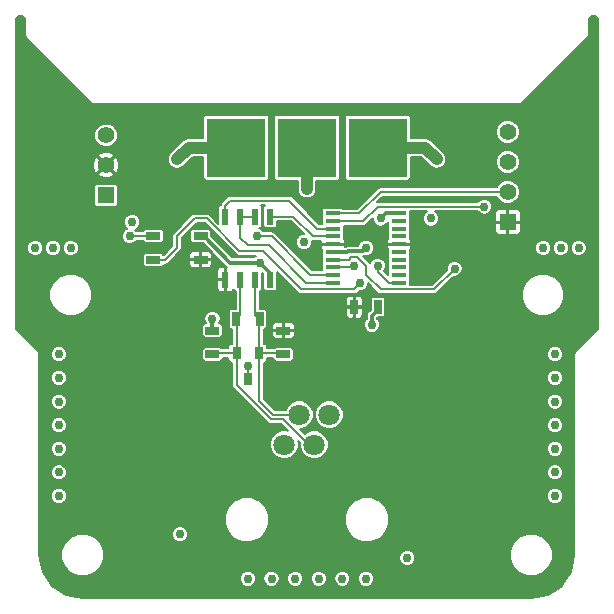
<source format=gbl>
G04 (created by PCBNEW (2013-mar-13)-testing) date Wed 10 Jun 2015 12:09:16 AM EDT*
%MOIN*%
G04 Gerber Fmt 3.4, Leading zero omitted, Abs format*
%FSLAX34Y34*%
G01*
G70*
G90*
G04 APERTURE LIST*
%ADD10C,0.005906*%
%ADD11R,0.196850X0.196850*%
%ADD12R,0.025000X0.045000*%
%ADD13R,0.045000X0.025000*%
%ADD14R,0.055000X0.055000*%
%ADD15C,0.055000*%
%ADD16C,0.070866*%
%ADD17R,0.050000X0.015000*%
%ADD18R,0.031500X0.039400*%
%ADD19R,0.023600X0.055100*%
%ADD20C,0.030000*%
%ADD21C,0.007874*%
%ADD22C,0.039370*%
%ADD23C,0.011811*%
G04 APERTURE END LIST*
G54D10*
G54D11*
X71259Y-65944D03*
X68897Y-65944D03*
X66535Y-65944D03*
G54D12*
X70472Y-71259D03*
X71259Y-71259D03*
G54D13*
X65354Y-69685D03*
X65354Y-68897D03*
G54D14*
X62204Y-67535D03*
G54D15*
X62204Y-66535D03*
X62204Y-65535D03*
G54D16*
X68147Y-75846D03*
X68647Y-74846D03*
X69147Y-75846D03*
X69647Y-74846D03*
G54D14*
X75590Y-68429D03*
G54D15*
X75590Y-67429D03*
X75590Y-66429D03*
X75590Y-65429D03*
G54D13*
X65748Y-72047D03*
X65748Y-72834D03*
G54D12*
X66535Y-71653D03*
X67322Y-71653D03*
G54D13*
X68110Y-72834D03*
X68110Y-72047D03*
X63779Y-69685D03*
X63779Y-68897D03*
G54D17*
X69764Y-68139D03*
X69764Y-68395D03*
X69764Y-68651D03*
X69764Y-68907D03*
X71968Y-70443D03*
X71968Y-70187D03*
X71968Y-68139D03*
X71968Y-68395D03*
X71968Y-68651D03*
X71968Y-68907D03*
X71968Y-69163D03*
X71968Y-69419D03*
X71968Y-69675D03*
X71968Y-69931D03*
X69764Y-70443D03*
X69764Y-70187D03*
X69764Y-69931D03*
X69764Y-69675D03*
X69764Y-69419D03*
X69764Y-69163D03*
G54D18*
X66929Y-73661D03*
X67304Y-72795D03*
X66554Y-72795D03*
G54D19*
X66179Y-70341D03*
X66179Y-68241D03*
X66679Y-70341D03*
X67179Y-70341D03*
X67679Y-70341D03*
X66679Y-68241D03*
X67179Y-68241D03*
X67679Y-68241D03*
G54D20*
X77952Y-69291D03*
X76771Y-69291D03*
X77362Y-69291D03*
X61023Y-69291D03*
X59842Y-69291D03*
X60433Y-69291D03*
X73031Y-68307D03*
X64665Y-78838D03*
X72244Y-79625D03*
X63070Y-68425D03*
X68799Y-69094D03*
X67224Y-68897D03*
X64566Y-66338D03*
X70472Y-69881D03*
X68897Y-67322D03*
X73818Y-69980D03*
X73228Y-66338D03*
X74803Y-67913D03*
X70669Y-70472D03*
X71259Y-69881D03*
X77165Y-76771D03*
X77165Y-75196D03*
X77165Y-73622D03*
X77165Y-72834D03*
X77165Y-74409D03*
X77165Y-75984D03*
X77165Y-77559D03*
X60629Y-76771D03*
X60629Y-74409D03*
X60629Y-72834D03*
X60629Y-73622D03*
X60629Y-75196D03*
X60629Y-75984D03*
X60629Y-77559D03*
X70078Y-80314D03*
X69291Y-80314D03*
X67716Y-80314D03*
X66929Y-80314D03*
X68503Y-80314D03*
X70866Y-80314D03*
X71062Y-71850D03*
X70866Y-69291D03*
X65748Y-71653D03*
X67322Y-69783D03*
X71358Y-68307D03*
X66929Y-73228D03*
X62992Y-68897D03*
X73818Y-74409D03*
G54D21*
X66679Y-68241D02*
X66679Y-68942D01*
X68868Y-70443D02*
X69764Y-70443D01*
X67618Y-69192D02*
X68868Y-70443D01*
X66929Y-69192D02*
X67618Y-69192D01*
X66679Y-68942D02*
X66929Y-69192D01*
X66679Y-68241D02*
X67179Y-68241D01*
X69005Y-70187D02*
X69764Y-70187D01*
X67716Y-68897D02*
X69005Y-70187D01*
X67224Y-68897D02*
X67716Y-68897D01*
X67224Y-68897D02*
X67224Y-68897D01*
G54D22*
X66535Y-65944D02*
X64960Y-65944D01*
X64960Y-65944D02*
X64566Y-66338D01*
G54D21*
X70423Y-69931D02*
X69764Y-69931D01*
X70472Y-69881D02*
X70423Y-69931D01*
G54D22*
X68897Y-65944D02*
X68897Y-67322D01*
G54D21*
X69764Y-69675D02*
X70285Y-69675D01*
X70866Y-70177D02*
X71358Y-70669D01*
X71358Y-70669D02*
X73129Y-70669D01*
X73129Y-70669D02*
X73818Y-69980D01*
X70866Y-69881D02*
X70866Y-70177D01*
X70570Y-69586D02*
X70866Y-69881D01*
X70374Y-69586D02*
X70570Y-69586D01*
X70285Y-69675D02*
X70374Y-69586D01*
G54D22*
X72834Y-65944D02*
X71259Y-65944D01*
X73228Y-66338D02*
X72834Y-65944D01*
G54D21*
X66179Y-68241D02*
X66179Y-67875D01*
X69242Y-68651D02*
X69764Y-68651D01*
X68307Y-67716D02*
X69242Y-68651D01*
X66338Y-67716D02*
X68307Y-67716D01*
X66179Y-67875D02*
X66338Y-67716D01*
X69764Y-68139D02*
X70639Y-68139D01*
X71350Y-67429D02*
X75590Y-67429D01*
X70639Y-68139D02*
X71350Y-67429D01*
X71259Y-67913D02*
X74803Y-67913D01*
X70777Y-68395D02*
X71259Y-67913D01*
X69764Y-68395D02*
X70777Y-68395D01*
X69764Y-68907D02*
X69104Y-68907D01*
X68438Y-68241D02*
X67679Y-68241D01*
X69104Y-68907D02*
X68438Y-68241D01*
X71968Y-70443D02*
X71624Y-70443D01*
X68700Y-70669D02*
X67421Y-69389D01*
X67421Y-69389D02*
X66633Y-69389D01*
X66633Y-69389D02*
X65551Y-68307D01*
X65551Y-68307D02*
X65157Y-68307D01*
X65157Y-68307D02*
X64566Y-68897D01*
X64566Y-68897D02*
X64566Y-69291D01*
X64566Y-69291D02*
X64173Y-69685D01*
X64173Y-69685D02*
X63779Y-69685D01*
X70472Y-70669D02*
X68700Y-70669D01*
X70669Y-70472D02*
X70472Y-70669D01*
X71259Y-70078D02*
X71259Y-69881D01*
X71624Y-70443D02*
X71259Y-70078D01*
G54D23*
X71259Y-71259D02*
X71259Y-71358D01*
X71062Y-71555D02*
X71062Y-71850D01*
X71259Y-71358D02*
X71062Y-71555D01*
X70246Y-69419D02*
X70275Y-69389D01*
X70275Y-69389D02*
X70767Y-69389D01*
X70866Y-69291D02*
X70767Y-69389D01*
X70246Y-69419D02*
X69764Y-69419D01*
X65748Y-72047D02*
X65748Y-71653D01*
X65354Y-68897D02*
X65452Y-68897D01*
X67679Y-70139D02*
X67322Y-69783D01*
X67679Y-70139D02*
X67679Y-70341D01*
X66338Y-69783D02*
X67322Y-69783D01*
X65452Y-68897D02*
X66338Y-69783D01*
X71968Y-68139D02*
X71525Y-68139D01*
X71525Y-68139D02*
X71358Y-68307D01*
G54D21*
X66929Y-73661D02*
X66929Y-73228D01*
X63779Y-68897D02*
X62992Y-68897D01*
X65748Y-72834D02*
X65787Y-72795D01*
X65787Y-72795D02*
X66554Y-72795D01*
X66535Y-71653D02*
X66679Y-71509D01*
X66679Y-71509D02*
X66679Y-70341D01*
X66554Y-72795D02*
X66554Y-71672D01*
X66554Y-71672D02*
X66535Y-71653D01*
X69147Y-75846D02*
X68956Y-75846D01*
X66554Y-73863D02*
X66554Y-72795D01*
X67694Y-75003D02*
X66554Y-73863D01*
X68114Y-75003D02*
X67694Y-75003D01*
X68956Y-75846D02*
X68114Y-75003D01*
X67304Y-72795D02*
X68070Y-72795D01*
X68070Y-72795D02*
X68110Y-72834D01*
X67322Y-71653D02*
X67179Y-71509D01*
X67179Y-71509D02*
X67179Y-70341D01*
X67304Y-72795D02*
X67304Y-71672D01*
X67304Y-71672D02*
X67322Y-71653D01*
X68647Y-74846D02*
X67759Y-74846D01*
X67304Y-74390D02*
X67304Y-72795D01*
X67759Y-74846D02*
X67304Y-74390D01*
G54D10*
G36*
X78602Y-71990D02*
X78220Y-72371D01*
X78220Y-69238D01*
X78180Y-69139D01*
X78104Y-69064D01*
X78006Y-69023D01*
X77899Y-69023D01*
X77801Y-69063D01*
X77725Y-69139D01*
X77684Y-69237D01*
X77684Y-69344D01*
X77725Y-69443D01*
X77800Y-69518D01*
X77899Y-69559D01*
X78005Y-69559D01*
X78104Y-69518D01*
X78179Y-69443D01*
X78220Y-69344D01*
X78220Y-69238D01*
X78220Y-72371D01*
X77855Y-72737D01*
X77825Y-72781D01*
X77814Y-72834D01*
X77814Y-79513D01*
X77703Y-80076D01*
X77630Y-80185D01*
X77630Y-69238D01*
X77589Y-69139D01*
X77514Y-69064D01*
X77415Y-69023D01*
X77309Y-69023D01*
X77210Y-69063D01*
X77135Y-69139D01*
X77094Y-69237D01*
X77094Y-69344D01*
X77134Y-69443D01*
X77210Y-69518D01*
X77308Y-69559D01*
X77415Y-69559D01*
X77513Y-69518D01*
X77589Y-69443D01*
X77630Y-69344D01*
X77630Y-69238D01*
X77630Y-80185D01*
X77480Y-80409D01*
X77480Y-70725D01*
X77372Y-70465D01*
X77173Y-70265D01*
X77039Y-70210D01*
X77039Y-69238D01*
X76999Y-69139D01*
X76923Y-69064D01*
X76825Y-69023D01*
X76718Y-69023D01*
X76619Y-69063D01*
X76544Y-69139D01*
X76503Y-69237D01*
X76503Y-69344D01*
X76544Y-69443D01*
X76619Y-69518D01*
X76718Y-69559D01*
X76824Y-69559D01*
X76923Y-69518D01*
X76998Y-69443D01*
X77039Y-69344D01*
X77039Y-69238D01*
X77039Y-70210D01*
X76913Y-70157D01*
X76631Y-70157D01*
X76370Y-70265D01*
X76171Y-70464D01*
X76063Y-70724D01*
X76062Y-71006D01*
X76170Y-71267D01*
X76369Y-71466D01*
X76630Y-71574D01*
X76911Y-71574D01*
X77172Y-71467D01*
X77372Y-71268D01*
X77480Y-71007D01*
X77480Y-70725D01*
X77480Y-80409D01*
X77433Y-80479D01*
X77433Y-77505D01*
X77433Y-76718D01*
X77433Y-75931D01*
X77433Y-75143D01*
X77433Y-74356D01*
X77433Y-73568D01*
X77433Y-72781D01*
X77392Y-72682D01*
X77317Y-72607D01*
X77218Y-72566D01*
X77112Y-72566D01*
X77013Y-72607D01*
X76938Y-72682D01*
X76897Y-72781D01*
X76897Y-72887D01*
X76937Y-72986D01*
X77013Y-73061D01*
X77111Y-73102D01*
X77218Y-73102D01*
X77317Y-73062D01*
X77392Y-72986D01*
X77433Y-72888D01*
X77433Y-72781D01*
X77433Y-73568D01*
X77392Y-73470D01*
X77317Y-73394D01*
X77218Y-73353D01*
X77112Y-73353D01*
X77013Y-73394D01*
X76938Y-73469D01*
X76897Y-73568D01*
X76897Y-73675D01*
X76937Y-73773D01*
X77013Y-73849D01*
X77111Y-73890D01*
X77218Y-73890D01*
X77317Y-73849D01*
X77392Y-73774D01*
X77433Y-73675D01*
X77433Y-73568D01*
X77433Y-74356D01*
X77392Y-74257D01*
X77317Y-74182D01*
X77218Y-74141D01*
X77112Y-74141D01*
X77013Y-74182D01*
X76938Y-74257D01*
X76897Y-74355D01*
X76897Y-74462D01*
X76937Y-74561D01*
X77013Y-74636D01*
X77111Y-74677D01*
X77218Y-74677D01*
X77317Y-74636D01*
X77392Y-74561D01*
X77433Y-74463D01*
X77433Y-74356D01*
X77433Y-75143D01*
X77392Y-75045D01*
X77317Y-74969D01*
X77218Y-74928D01*
X77112Y-74928D01*
X77013Y-74969D01*
X76938Y-75044D01*
X76897Y-75143D01*
X76897Y-75249D01*
X76937Y-75348D01*
X77013Y-75424D01*
X77111Y-75464D01*
X77218Y-75465D01*
X77317Y-75424D01*
X77392Y-75348D01*
X77433Y-75250D01*
X77433Y-75143D01*
X77433Y-75931D01*
X77392Y-75832D01*
X77317Y-75757D01*
X77218Y-75716D01*
X77112Y-75716D01*
X77013Y-75756D01*
X76938Y-75832D01*
X76897Y-75930D01*
X76897Y-76037D01*
X76937Y-76135D01*
X77013Y-76211D01*
X77111Y-76252D01*
X77218Y-76252D01*
X77317Y-76211D01*
X77392Y-76136D01*
X77433Y-76037D01*
X77433Y-75931D01*
X77433Y-76718D01*
X77392Y-76619D01*
X77317Y-76544D01*
X77218Y-76503D01*
X77112Y-76503D01*
X77013Y-76544D01*
X76938Y-76619D01*
X76897Y-76718D01*
X76897Y-76824D01*
X76937Y-76923D01*
X77013Y-76998D01*
X77111Y-77039D01*
X77218Y-77039D01*
X77317Y-76999D01*
X77392Y-76923D01*
X77433Y-76825D01*
X77433Y-76718D01*
X77433Y-77505D01*
X77392Y-77407D01*
X77317Y-77331D01*
X77218Y-77290D01*
X77112Y-77290D01*
X77013Y-77331D01*
X76938Y-77406D01*
X76897Y-77505D01*
X76897Y-77612D01*
X76937Y-77710D01*
X77013Y-77786D01*
X77111Y-77827D01*
X77218Y-77827D01*
X77317Y-77786D01*
X77392Y-77711D01*
X77433Y-77612D01*
X77433Y-77505D01*
X77433Y-80479D01*
X77392Y-80541D01*
X77086Y-80745D01*
X77086Y-79387D01*
X76979Y-79126D01*
X76779Y-78927D01*
X76519Y-78819D01*
X76237Y-78818D01*
X76023Y-78907D01*
X76023Y-68735D01*
X76023Y-68488D01*
X76023Y-68370D01*
X76023Y-68122D01*
X75999Y-68064D01*
X75983Y-68049D01*
X75983Y-67351D01*
X75983Y-66351D01*
X75983Y-65351D01*
X75924Y-65206D01*
X75813Y-65096D01*
X75669Y-65036D01*
X75512Y-65035D01*
X75368Y-65095D01*
X75257Y-65206D01*
X75197Y-65350D01*
X75197Y-65506D01*
X75257Y-65651D01*
X75367Y-65762D01*
X75512Y-65822D01*
X75668Y-65822D01*
X75812Y-65762D01*
X75923Y-65652D01*
X75983Y-65507D01*
X75983Y-65351D01*
X75983Y-66351D01*
X75924Y-66206D01*
X75813Y-66096D01*
X75669Y-66036D01*
X75512Y-66035D01*
X75368Y-66095D01*
X75257Y-66206D01*
X75197Y-66350D01*
X75197Y-66506D01*
X75257Y-66651D01*
X75367Y-66762D01*
X75512Y-66822D01*
X75668Y-66822D01*
X75812Y-66762D01*
X75923Y-66652D01*
X75983Y-66507D01*
X75983Y-66351D01*
X75983Y-67351D01*
X75924Y-67206D01*
X75813Y-67096D01*
X75669Y-67036D01*
X75512Y-67035D01*
X75368Y-67095D01*
X75257Y-67206D01*
X75230Y-67271D01*
X73543Y-67271D01*
X73543Y-66338D01*
X73519Y-66218D01*
X73451Y-66115D01*
X73057Y-65722D01*
X72955Y-65653D01*
X72834Y-65629D01*
X72362Y-65629D01*
X72362Y-64937D01*
X72344Y-64893D01*
X72310Y-64860D01*
X72267Y-64842D01*
X72220Y-64842D01*
X70252Y-64842D01*
X70208Y-64860D01*
X70175Y-64893D01*
X70157Y-64937D01*
X70157Y-64984D01*
X70157Y-66952D01*
X70175Y-66996D01*
X70208Y-67029D01*
X70252Y-67047D01*
X70299Y-67047D01*
X72267Y-67047D01*
X72310Y-67029D01*
X72344Y-66996D01*
X72362Y-66952D01*
X72362Y-66905D01*
X72362Y-66259D01*
X72704Y-66259D01*
X73005Y-66561D01*
X73107Y-66629D01*
X73228Y-66653D01*
X73348Y-66629D01*
X73451Y-66561D01*
X73519Y-66459D01*
X73543Y-66338D01*
X73543Y-67271D01*
X71350Y-67271D01*
X71290Y-67283D01*
X71239Y-67317D01*
X71239Y-67317D01*
X70574Y-67982D01*
X70098Y-67982D01*
X70081Y-67964D01*
X70037Y-67946D01*
X70000Y-67946D01*
X70000Y-66952D01*
X70000Y-66905D01*
X70000Y-64937D01*
X69982Y-64893D01*
X69948Y-64860D01*
X69905Y-64842D01*
X69858Y-64842D01*
X67889Y-64842D01*
X67846Y-64860D01*
X67813Y-64893D01*
X67795Y-64937D01*
X67795Y-64984D01*
X67795Y-66952D01*
X67813Y-66996D01*
X67846Y-67029D01*
X67889Y-67047D01*
X67936Y-67047D01*
X68582Y-67047D01*
X68582Y-67322D01*
X68606Y-67443D01*
X68674Y-67545D01*
X68777Y-67613D01*
X68897Y-67637D01*
X69018Y-67613D01*
X69120Y-67545D01*
X69188Y-67443D01*
X69212Y-67322D01*
X69212Y-67047D01*
X69905Y-67047D01*
X69948Y-67029D01*
X69982Y-66996D01*
X70000Y-66952D01*
X70000Y-67946D01*
X69990Y-67946D01*
X69490Y-67946D01*
X69447Y-67964D01*
X69414Y-67997D01*
X69396Y-68041D01*
X69396Y-68088D01*
X69396Y-68238D01*
X69408Y-68267D01*
X69396Y-68297D01*
X69396Y-68344D01*
X69396Y-68494D01*
X69307Y-68494D01*
X68418Y-67605D01*
X68367Y-67571D01*
X68307Y-67559D01*
X67637Y-67559D01*
X67637Y-66952D01*
X67637Y-66905D01*
X67637Y-64937D01*
X67619Y-64893D01*
X67586Y-64860D01*
X67543Y-64842D01*
X67496Y-64842D01*
X65527Y-64842D01*
X65484Y-64860D01*
X65451Y-64893D01*
X65433Y-64937D01*
X65433Y-64984D01*
X65433Y-65629D01*
X64960Y-65629D01*
X64840Y-65653D01*
X64737Y-65722D01*
X64344Y-66115D01*
X64275Y-66218D01*
X64251Y-66338D01*
X64275Y-66459D01*
X64344Y-66561D01*
X64446Y-66629D01*
X64566Y-66653D01*
X64687Y-66629D01*
X64789Y-66561D01*
X65091Y-66259D01*
X65433Y-66259D01*
X65433Y-66952D01*
X65451Y-66996D01*
X65484Y-67029D01*
X65527Y-67047D01*
X65574Y-67047D01*
X67543Y-67047D01*
X67586Y-67029D01*
X67619Y-66996D01*
X67637Y-66952D01*
X67637Y-67559D01*
X66338Y-67559D01*
X66278Y-67571D01*
X66227Y-67605D01*
X66227Y-67605D01*
X66067Y-67764D01*
X66033Y-67815D01*
X66026Y-67852D01*
X65994Y-67865D01*
X65961Y-67898D01*
X65943Y-67942D01*
X65943Y-67989D01*
X65943Y-68476D01*
X65662Y-68195D01*
X65611Y-68161D01*
X65551Y-68149D01*
X65157Y-68149D01*
X65097Y-68161D01*
X65046Y-68195D01*
X65046Y-68195D01*
X64455Y-68786D01*
X64421Y-68837D01*
X64409Y-68897D01*
X64409Y-69226D01*
X64122Y-69512D01*
X64122Y-69046D01*
X64122Y-68999D01*
X64122Y-68749D01*
X64104Y-68705D01*
X64071Y-68672D01*
X64028Y-68654D01*
X63981Y-68654D01*
X63531Y-68654D01*
X63487Y-68672D01*
X63454Y-68705D01*
X63440Y-68740D01*
X63213Y-68740D01*
X63154Y-68680D01*
X63222Y-68652D01*
X63298Y-68577D01*
X63338Y-68478D01*
X63339Y-68372D01*
X63298Y-68273D01*
X63222Y-68198D01*
X63124Y-68157D01*
X63017Y-68157D01*
X62919Y-68197D01*
X62843Y-68273D01*
X62802Y-68371D01*
X62802Y-68478D01*
X62843Y-68576D01*
X62908Y-68642D01*
X62840Y-68670D01*
X62764Y-68745D01*
X62724Y-68844D01*
X62723Y-68950D01*
X62764Y-69049D01*
X62840Y-69124D01*
X62938Y-69165D01*
X63045Y-69165D01*
X63143Y-69125D01*
X63213Y-69055D01*
X63440Y-69055D01*
X63454Y-69089D01*
X63487Y-69122D01*
X63531Y-69140D01*
X63578Y-69140D01*
X64028Y-69140D01*
X64071Y-69122D01*
X64104Y-69089D01*
X64122Y-69046D01*
X64122Y-69512D01*
X64115Y-69519D01*
X64104Y-69493D01*
X64071Y-69459D01*
X64028Y-69441D01*
X63981Y-69441D01*
X63531Y-69441D01*
X63487Y-69459D01*
X63454Y-69493D01*
X63436Y-69536D01*
X63436Y-69583D01*
X63436Y-69833D01*
X63454Y-69876D01*
X63487Y-69910D01*
X63531Y-69928D01*
X63578Y-69928D01*
X64028Y-69928D01*
X64071Y-69910D01*
X64104Y-69876D01*
X64118Y-69842D01*
X64173Y-69842D01*
X64233Y-69830D01*
X64233Y-69830D01*
X64284Y-69796D01*
X64678Y-69402D01*
X64678Y-69402D01*
X64678Y-69402D01*
X64712Y-69351D01*
X64724Y-69291D01*
X64724Y-69291D01*
X64724Y-69291D01*
X64724Y-68962D01*
X65222Y-68464D01*
X65485Y-68464D01*
X66522Y-69501D01*
X66573Y-69535D01*
X66573Y-69535D01*
X66633Y-69547D01*
X67192Y-69547D01*
X67171Y-69556D01*
X67120Y-69606D01*
X66411Y-69606D01*
X65697Y-68891D01*
X65697Y-68749D01*
X65679Y-68705D01*
X65646Y-68672D01*
X65602Y-68654D01*
X65555Y-68654D01*
X65105Y-68654D01*
X65062Y-68672D01*
X65029Y-68705D01*
X65011Y-68749D01*
X65011Y-68796D01*
X65011Y-69046D01*
X65029Y-69089D01*
X65062Y-69122D01*
X65105Y-69140D01*
X65152Y-69140D01*
X65445Y-69140D01*
X66213Y-69908D01*
X66227Y-69918D01*
X66198Y-69947D01*
X66198Y-70321D01*
X66206Y-70321D01*
X66206Y-70361D01*
X66198Y-70361D01*
X66198Y-70734D01*
X66238Y-70774D01*
X66328Y-70774D01*
X66386Y-70750D01*
X66430Y-70706D01*
X66450Y-70658D01*
X66461Y-70683D01*
X66494Y-70716D01*
X66521Y-70728D01*
X66521Y-71310D01*
X66386Y-71310D01*
X66343Y-71328D01*
X66310Y-71361D01*
X66292Y-71405D01*
X66292Y-71452D01*
X66292Y-71902D01*
X66310Y-71945D01*
X66343Y-71978D01*
X66386Y-71996D01*
X66396Y-71996D01*
X66396Y-72480D01*
X66373Y-72480D01*
X66329Y-72498D01*
X66296Y-72531D01*
X66278Y-72574D01*
X66278Y-72621D01*
X66278Y-72637D01*
X66159Y-72637D01*
X66159Y-70734D01*
X66159Y-70361D01*
X66159Y-70321D01*
X66159Y-69947D01*
X66120Y-69908D01*
X66029Y-69908D01*
X65971Y-69932D01*
X65927Y-69976D01*
X65903Y-70034D01*
X65903Y-70097D01*
X65903Y-70282D01*
X65943Y-70321D01*
X66159Y-70321D01*
X66159Y-70361D01*
X65943Y-70361D01*
X65903Y-70400D01*
X65903Y-70585D01*
X65903Y-70648D01*
X65927Y-70706D01*
X65971Y-70750D01*
X66029Y-70774D01*
X66120Y-70774D01*
X66159Y-70734D01*
X66159Y-72637D01*
X66091Y-72637D01*
X66091Y-72195D01*
X66091Y-72148D01*
X66091Y-71898D01*
X66073Y-71855D01*
X66039Y-71822D01*
X65996Y-71804D01*
X65975Y-71804D01*
X66016Y-71707D01*
X66016Y-71600D01*
X65975Y-71501D01*
X65900Y-71426D01*
X65801Y-71385D01*
X65736Y-71385D01*
X65736Y-69841D01*
X65736Y-69744D01*
X65736Y-69625D01*
X65736Y-69528D01*
X65712Y-69470D01*
X65668Y-69426D01*
X65610Y-69402D01*
X65548Y-69402D01*
X65413Y-69402D01*
X65374Y-69441D01*
X65374Y-69665D01*
X65697Y-69665D01*
X65736Y-69625D01*
X65736Y-69744D01*
X65697Y-69704D01*
X65374Y-69704D01*
X65374Y-69928D01*
X65413Y-69967D01*
X65548Y-69967D01*
X65610Y-69967D01*
X65668Y-69943D01*
X65712Y-69899D01*
X65736Y-69841D01*
X65736Y-71385D01*
X65694Y-71385D01*
X65596Y-71426D01*
X65520Y-71501D01*
X65479Y-71599D01*
X65479Y-71706D01*
X65520Y-71804D01*
X65499Y-71804D01*
X65456Y-71822D01*
X65422Y-71855D01*
X65404Y-71898D01*
X65404Y-71945D01*
X65404Y-72195D01*
X65422Y-72239D01*
X65456Y-72272D01*
X65499Y-72290D01*
X65546Y-72290D01*
X65996Y-72290D01*
X66039Y-72272D01*
X66073Y-72239D01*
X66091Y-72195D01*
X66091Y-72637D01*
X66068Y-72637D01*
X66039Y-72609D01*
X65996Y-72591D01*
X65949Y-72591D01*
X65499Y-72591D01*
X65456Y-72609D01*
X65422Y-72642D01*
X65404Y-72686D01*
X65404Y-72733D01*
X65404Y-72983D01*
X65422Y-73026D01*
X65456Y-73059D01*
X65499Y-73077D01*
X65546Y-73077D01*
X65996Y-73077D01*
X66039Y-73059D01*
X66073Y-73026D01*
X66091Y-72983D01*
X66091Y-72952D01*
X66278Y-72952D01*
X66278Y-73015D01*
X66296Y-73059D01*
X66329Y-73092D01*
X66373Y-73110D01*
X66396Y-73110D01*
X66396Y-73863D01*
X66408Y-73923D01*
X66442Y-73974D01*
X67583Y-75115D01*
X67583Y-75115D01*
X67583Y-75115D01*
X67608Y-75132D01*
X67634Y-75149D01*
X67634Y-75149D01*
X67694Y-75161D01*
X67694Y-75161D01*
X67694Y-75161D01*
X68048Y-75161D01*
X68275Y-75388D01*
X68242Y-75374D01*
X68054Y-75373D01*
X67880Y-75445D01*
X67747Y-75578D01*
X67675Y-75752D01*
X67675Y-75940D01*
X67746Y-76113D01*
X67879Y-76246D01*
X68053Y-76318D01*
X68241Y-76318D01*
X68414Y-76247D01*
X68547Y-76114D01*
X68619Y-75940D01*
X68620Y-75752D01*
X68605Y-75718D01*
X68675Y-75787D01*
X68675Y-75940D01*
X68746Y-76113D01*
X68879Y-76246D01*
X69053Y-76318D01*
X69241Y-76318D01*
X69414Y-76247D01*
X69547Y-76114D01*
X69619Y-75940D01*
X69620Y-75752D01*
X69548Y-75579D01*
X69415Y-75446D01*
X69242Y-75374D01*
X69054Y-75373D01*
X68880Y-75445D01*
X68829Y-75496D01*
X68651Y-75318D01*
X68741Y-75318D01*
X68914Y-75247D01*
X69047Y-75114D01*
X69119Y-74940D01*
X69120Y-74752D01*
X69048Y-74579D01*
X68915Y-74446D01*
X68742Y-74374D01*
X68554Y-74373D01*
X68492Y-74399D01*
X68492Y-72203D01*
X68492Y-72106D01*
X68492Y-71988D01*
X68492Y-71890D01*
X68468Y-71833D01*
X68424Y-71788D01*
X68366Y-71764D01*
X68303Y-71764D01*
X68169Y-71764D01*
X68129Y-71804D01*
X68129Y-72027D01*
X68453Y-72027D01*
X68492Y-71988D01*
X68492Y-72106D01*
X68453Y-72066D01*
X68129Y-72066D01*
X68129Y-72290D01*
X68169Y-72329D01*
X68303Y-72329D01*
X68366Y-72329D01*
X68424Y-72305D01*
X68468Y-72261D01*
X68492Y-72203D01*
X68492Y-74399D01*
X68380Y-74445D01*
X68247Y-74578D01*
X68201Y-74688D01*
X67825Y-74688D01*
X67461Y-74325D01*
X67461Y-73110D01*
X67485Y-73110D01*
X67528Y-73092D01*
X67561Y-73059D01*
X67579Y-73015D01*
X67579Y-72968D01*
X67579Y-72952D01*
X67767Y-72952D01*
X67767Y-72983D01*
X67785Y-73026D01*
X67818Y-73059D01*
X67861Y-73077D01*
X67908Y-73077D01*
X68358Y-73077D01*
X68402Y-73059D01*
X68435Y-73026D01*
X68453Y-72983D01*
X68453Y-72936D01*
X68453Y-72686D01*
X68435Y-72642D01*
X68402Y-72609D01*
X68358Y-72591D01*
X68311Y-72591D01*
X68090Y-72591D01*
X68090Y-72290D01*
X68090Y-72066D01*
X68090Y-72027D01*
X68090Y-71804D01*
X68051Y-71764D01*
X67916Y-71764D01*
X67853Y-71764D01*
X67796Y-71788D01*
X67751Y-71833D01*
X67727Y-71890D01*
X67727Y-71988D01*
X67767Y-72027D01*
X68090Y-72027D01*
X68090Y-72066D01*
X67767Y-72066D01*
X67727Y-72106D01*
X67727Y-72203D01*
X67751Y-72261D01*
X67796Y-72305D01*
X67853Y-72329D01*
X67916Y-72329D01*
X68051Y-72329D01*
X68090Y-72290D01*
X68090Y-72591D01*
X67861Y-72591D01*
X67818Y-72609D01*
X67789Y-72637D01*
X67579Y-72637D01*
X67579Y-72574D01*
X67561Y-72531D01*
X67528Y-72498D01*
X67485Y-72480D01*
X67461Y-72480D01*
X67461Y-71996D01*
X67471Y-71996D01*
X67514Y-71978D01*
X67547Y-71945D01*
X67565Y-71902D01*
X67565Y-71855D01*
X67565Y-71405D01*
X67547Y-71361D01*
X67514Y-71328D01*
X67471Y-71310D01*
X67424Y-71310D01*
X67336Y-71310D01*
X67336Y-70728D01*
X67364Y-70716D01*
X67397Y-70683D01*
X67415Y-70640D01*
X67415Y-70593D01*
X67415Y-70126D01*
X67443Y-70154D01*
X67443Y-70640D01*
X67461Y-70683D01*
X67494Y-70716D01*
X67537Y-70734D01*
X67584Y-70734D01*
X67820Y-70734D01*
X67864Y-70716D01*
X67897Y-70683D01*
X67915Y-70640D01*
X67915Y-70593D01*
X67915Y-70106D01*
X68589Y-70780D01*
X68640Y-70814D01*
X68640Y-70814D01*
X68700Y-70826D01*
X70472Y-70826D01*
X70532Y-70814D01*
X70532Y-70814D01*
X70583Y-70780D01*
X70623Y-70740D01*
X70722Y-70740D01*
X70820Y-70699D01*
X70896Y-70624D01*
X70937Y-70526D01*
X70937Y-70471D01*
X71246Y-70780D01*
X71298Y-70814D01*
X71298Y-70814D01*
X71358Y-70826D01*
X73129Y-70826D01*
X73190Y-70814D01*
X73190Y-70814D01*
X73241Y-70780D01*
X73773Y-70248D01*
X73871Y-70248D01*
X73970Y-70207D01*
X74046Y-70132D01*
X74086Y-70033D01*
X74087Y-69927D01*
X74046Y-69828D01*
X73970Y-69753D01*
X73872Y-69712D01*
X73765Y-69712D01*
X73667Y-69752D01*
X73591Y-69828D01*
X73550Y-69926D01*
X73550Y-70025D01*
X73064Y-70511D01*
X72336Y-70511D01*
X72336Y-70494D01*
X72336Y-70344D01*
X72323Y-70315D01*
X72336Y-70285D01*
X72336Y-70238D01*
X72336Y-70088D01*
X72324Y-70059D01*
X72336Y-70029D01*
X72336Y-69982D01*
X72336Y-69832D01*
X72324Y-69803D01*
X72336Y-69773D01*
X72336Y-69726D01*
X72336Y-69576D01*
X72324Y-69547D01*
X72336Y-69517D01*
X72336Y-69470D01*
X72336Y-69343D01*
X72351Y-69327D01*
X72375Y-69269D01*
X72375Y-69222D01*
X72336Y-69183D01*
X71987Y-69183D01*
X71987Y-69190D01*
X71948Y-69190D01*
X71948Y-69183D01*
X71600Y-69183D01*
X71560Y-69222D01*
X71560Y-69269D01*
X71584Y-69327D01*
X71600Y-69343D01*
X71600Y-69367D01*
X71600Y-69517D01*
X71612Y-69547D01*
X71600Y-69576D01*
X71600Y-69623D01*
X71600Y-69773D01*
X71612Y-69803D01*
X71600Y-69832D01*
X71600Y-69879D01*
X71600Y-70029D01*
X71612Y-70059D01*
X71600Y-70088D01*
X71600Y-70135D01*
X71600Y-70196D01*
X71462Y-70058D01*
X71487Y-70033D01*
X71527Y-69935D01*
X71527Y-69828D01*
X71487Y-69730D01*
X71411Y-69654D01*
X71313Y-69613D01*
X71206Y-69613D01*
X71108Y-69654D01*
X71032Y-69729D01*
X71001Y-69805D01*
X70977Y-69770D01*
X70772Y-69565D01*
X70810Y-69558D01*
X70812Y-69559D01*
X70919Y-69559D01*
X71017Y-69518D01*
X71093Y-69443D01*
X71134Y-69344D01*
X71134Y-69238D01*
X71093Y-69139D01*
X71018Y-69064D01*
X70919Y-69023D01*
X70813Y-69023D01*
X70714Y-69063D01*
X70638Y-69139D01*
X70608Y-69212D01*
X70275Y-69212D01*
X70207Y-69226D01*
X70184Y-69241D01*
X70171Y-69241D01*
X70171Y-69222D01*
X70132Y-69182D01*
X69783Y-69182D01*
X69783Y-69190D01*
X69744Y-69190D01*
X69744Y-69182D01*
X69396Y-69182D01*
X69356Y-69222D01*
X69356Y-69269D01*
X69380Y-69327D01*
X69396Y-69342D01*
X69396Y-69367D01*
X69396Y-69517D01*
X69408Y-69547D01*
X69396Y-69576D01*
X69396Y-69623D01*
X69396Y-69773D01*
X69408Y-69803D01*
X69396Y-69832D01*
X69396Y-69879D01*
X69396Y-70029D01*
X69396Y-70029D01*
X69071Y-70029D01*
X67827Y-68786D01*
X67776Y-68752D01*
X67716Y-68740D01*
X67446Y-68740D01*
X67376Y-68670D01*
X67290Y-68634D01*
X67320Y-68634D01*
X67364Y-68616D01*
X67397Y-68583D01*
X67415Y-68540D01*
X67415Y-68493D01*
X67415Y-67942D01*
X67397Y-67898D01*
X67372Y-67874D01*
X67485Y-67874D01*
X67461Y-67898D01*
X67443Y-67942D01*
X67443Y-67989D01*
X67443Y-68540D01*
X67461Y-68583D01*
X67494Y-68616D01*
X67537Y-68634D01*
X67584Y-68634D01*
X67820Y-68634D01*
X67864Y-68616D01*
X67897Y-68583D01*
X67915Y-68540D01*
X67915Y-68493D01*
X67915Y-68398D01*
X68372Y-68398D01*
X68800Y-68826D01*
X68746Y-68826D01*
X68647Y-68867D01*
X68572Y-68942D01*
X68531Y-69040D01*
X68531Y-69147D01*
X68571Y-69246D01*
X68647Y-69321D01*
X68745Y-69362D01*
X68852Y-69362D01*
X68950Y-69321D01*
X69026Y-69246D01*
X69067Y-69148D01*
X69067Y-69057D01*
X69104Y-69064D01*
X69356Y-69064D01*
X69356Y-69104D01*
X69396Y-69143D01*
X69744Y-69143D01*
X69744Y-69135D01*
X69783Y-69135D01*
X69783Y-69143D01*
X70132Y-69143D01*
X70171Y-69104D01*
X70171Y-69056D01*
X70147Y-68998D01*
X70132Y-68983D01*
X70132Y-68958D01*
X70132Y-68808D01*
X70120Y-68779D01*
X70132Y-68750D01*
X70132Y-68703D01*
X70132Y-68553D01*
X70777Y-68553D01*
X70837Y-68541D01*
X70837Y-68541D01*
X70888Y-68507D01*
X71090Y-68305D01*
X71090Y-68360D01*
X71130Y-68458D01*
X71206Y-68534D01*
X71304Y-68575D01*
X71411Y-68575D01*
X71509Y-68534D01*
X71585Y-68459D01*
X71600Y-68423D01*
X71600Y-68493D01*
X71612Y-68523D01*
X71600Y-68552D01*
X71600Y-68599D01*
X71600Y-68749D01*
X71612Y-68779D01*
X71600Y-68808D01*
X71600Y-68855D01*
X71600Y-68983D01*
X71584Y-68999D01*
X71560Y-69057D01*
X71560Y-69104D01*
X71600Y-69143D01*
X71948Y-69143D01*
X71948Y-69135D01*
X71987Y-69135D01*
X71987Y-69143D01*
X72336Y-69143D01*
X72375Y-69104D01*
X72375Y-69057D01*
X72351Y-68999D01*
X72336Y-68983D01*
X72336Y-68958D01*
X72336Y-68808D01*
X72324Y-68779D01*
X72336Y-68749D01*
X72336Y-68702D01*
X72336Y-68552D01*
X72324Y-68523D01*
X72336Y-68493D01*
X72336Y-68446D01*
X72336Y-68296D01*
X72324Y-68267D01*
X72336Y-68237D01*
X72336Y-68190D01*
X72336Y-68070D01*
X72901Y-68070D01*
X72879Y-68079D01*
X72804Y-68155D01*
X72763Y-68253D01*
X72763Y-68360D01*
X72804Y-68458D01*
X72879Y-68534D01*
X72977Y-68575D01*
X73084Y-68575D01*
X73183Y-68534D01*
X73258Y-68459D01*
X73299Y-68360D01*
X73299Y-68253D01*
X73258Y-68155D01*
X73183Y-68079D01*
X73161Y-68070D01*
X74581Y-68070D01*
X74651Y-68140D01*
X74749Y-68181D01*
X74856Y-68181D01*
X74954Y-68140D01*
X75030Y-68065D01*
X75071Y-67966D01*
X75071Y-67860D01*
X75030Y-67761D01*
X74955Y-67686D01*
X74856Y-67645D01*
X74750Y-67645D01*
X74651Y-67685D01*
X74581Y-67755D01*
X71259Y-67755D01*
X71259Y-67755D01*
X71242Y-67759D01*
X71415Y-67586D01*
X75230Y-67586D01*
X75257Y-67651D01*
X75367Y-67762D01*
X75512Y-67822D01*
X75668Y-67822D01*
X75812Y-67762D01*
X75923Y-67652D01*
X75983Y-67507D01*
X75983Y-67351D01*
X75983Y-68049D01*
X75954Y-68020D01*
X75896Y-67996D01*
X75834Y-67996D01*
X75649Y-67996D01*
X75610Y-68036D01*
X75610Y-68409D01*
X75983Y-68409D01*
X76023Y-68370D01*
X76023Y-68488D01*
X75983Y-68448D01*
X75610Y-68448D01*
X75610Y-68822D01*
X75649Y-68861D01*
X75834Y-68861D01*
X75896Y-68861D01*
X75954Y-68837D01*
X75999Y-68793D01*
X76023Y-68735D01*
X76023Y-78907D01*
X75977Y-78926D01*
X75777Y-79125D01*
X75669Y-79385D01*
X75669Y-79667D01*
X75776Y-79928D01*
X75976Y-80127D01*
X76236Y-80236D01*
X76518Y-80236D01*
X76778Y-80128D01*
X76978Y-79929D01*
X77086Y-79669D01*
X77086Y-79387D01*
X77086Y-80745D01*
X76926Y-80852D01*
X76364Y-80964D01*
X75570Y-80964D01*
X75570Y-68822D01*
X75570Y-68448D01*
X75570Y-68409D01*
X75570Y-68036D01*
X75531Y-67996D01*
X75346Y-67996D01*
X75284Y-67996D01*
X75226Y-68020D01*
X75182Y-68064D01*
X75158Y-68122D01*
X75158Y-68370D01*
X75197Y-68409D01*
X75570Y-68409D01*
X75570Y-68448D01*
X75197Y-68448D01*
X75158Y-68488D01*
X75158Y-68735D01*
X75182Y-68793D01*
X75226Y-68837D01*
X75284Y-68861D01*
X75346Y-68861D01*
X75531Y-68861D01*
X75570Y-68822D01*
X75570Y-80964D01*
X72512Y-80964D01*
X72512Y-79572D01*
X72471Y-79474D01*
X72396Y-79398D01*
X72297Y-79357D01*
X72190Y-79357D01*
X72092Y-79398D01*
X72016Y-79473D01*
X71976Y-79572D01*
X71975Y-79679D01*
X72016Y-79777D01*
X72092Y-79853D01*
X72190Y-79894D01*
X72297Y-79894D01*
X72395Y-79853D01*
X72471Y-79778D01*
X72512Y-79679D01*
X72512Y-79572D01*
X72512Y-80964D01*
X71645Y-80964D01*
X71645Y-78198D01*
X71532Y-77923D01*
X71502Y-77894D01*
X71502Y-71508D01*
X71502Y-71461D01*
X71502Y-71011D01*
X71484Y-70967D01*
X71451Y-70934D01*
X71408Y-70916D01*
X71361Y-70916D01*
X71111Y-70916D01*
X71067Y-70934D01*
X71034Y-70967D01*
X71016Y-71011D01*
X71016Y-71058D01*
X71016Y-71350D01*
X70937Y-71429D01*
X70899Y-71487D01*
X70885Y-71555D01*
X70885Y-71648D01*
X70835Y-71698D01*
X70794Y-71796D01*
X70794Y-71903D01*
X70835Y-72002D01*
X70910Y-72077D01*
X71009Y-72118D01*
X71116Y-72118D01*
X71214Y-72077D01*
X71290Y-72002D01*
X71331Y-71903D01*
X71331Y-71797D01*
X71290Y-71698D01*
X71240Y-71648D01*
X71240Y-71628D01*
X71265Y-71602D01*
X71408Y-71602D01*
X71451Y-71584D01*
X71484Y-71551D01*
X71502Y-71508D01*
X71502Y-77894D01*
X71321Y-77712D01*
X71047Y-77598D01*
X70754Y-77598D01*
X70754Y-71516D01*
X70754Y-71453D01*
X70754Y-71318D01*
X70754Y-71200D01*
X70754Y-71066D01*
X70754Y-71003D01*
X70730Y-70945D01*
X70686Y-70901D01*
X70628Y-70877D01*
X70531Y-70877D01*
X70492Y-70916D01*
X70492Y-71240D01*
X70715Y-71240D01*
X70754Y-71200D01*
X70754Y-71318D01*
X70715Y-71279D01*
X70492Y-71279D01*
X70492Y-71602D01*
X70531Y-71642D01*
X70628Y-71642D01*
X70686Y-71618D01*
X70730Y-71574D01*
X70754Y-71516D01*
X70754Y-77598D01*
X70749Y-77598D01*
X70474Y-77711D01*
X70452Y-77733D01*
X70452Y-71602D01*
X70452Y-71279D01*
X70452Y-71240D01*
X70452Y-70916D01*
X70413Y-70877D01*
X70316Y-70877D01*
X70258Y-70901D01*
X70213Y-70945D01*
X70189Y-71003D01*
X70189Y-71066D01*
X70189Y-71200D01*
X70229Y-71240D01*
X70452Y-71240D01*
X70452Y-71279D01*
X70229Y-71279D01*
X70189Y-71318D01*
X70189Y-71453D01*
X70189Y-71516D01*
X70213Y-71574D01*
X70258Y-71618D01*
X70316Y-71642D01*
X70413Y-71642D01*
X70452Y-71602D01*
X70452Y-77733D01*
X70263Y-77922D01*
X70149Y-78197D01*
X70149Y-78494D01*
X70263Y-78769D01*
X70473Y-78980D01*
X70748Y-79094D01*
X71045Y-79094D01*
X71320Y-78980D01*
X71531Y-78770D01*
X71645Y-78495D01*
X71645Y-78198D01*
X71645Y-80964D01*
X71134Y-80964D01*
X71134Y-80261D01*
X71093Y-80163D01*
X71018Y-80087D01*
X70919Y-80046D01*
X70813Y-80046D01*
X70714Y-80087D01*
X70638Y-80162D01*
X70598Y-80261D01*
X70597Y-80368D01*
X70638Y-80466D01*
X70714Y-80542D01*
X70812Y-80583D01*
X70919Y-80583D01*
X71017Y-80542D01*
X71093Y-80467D01*
X71134Y-80368D01*
X71134Y-80261D01*
X71134Y-80964D01*
X70346Y-80964D01*
X70346Y-80261D01*
X70306Y-80163D01*
X70230Y-80087D01*
X70132Y-80046D01*
X70120Y-80046D01*
X70120Y-74752D01*
X70048Y-74579D01*
X69915Y-74446D01*
X69742Y-74374D01*
X69554Y-74373D01*
X69380Y-74445D01*
X69247Y-74578D01*
X69175Y-74752D01*
X69175Y-74940D01*
X69246Y-75113D01*
X69379Y-75246D01*
X69553Y-75318D01*
X69741Y-75318D01*
X69914Y-75247D01*
X70047Y-75114D01*
X70119Y-74940D01*
X70120Y-74752D01*
X70120Y-80046D01*
X70025Y-80046D01*
X69927Y-80087D01*
X69851Y-80162D01*
X69810Y-80261D01*
X69810Y-80368D01*
X69851Y-80466D01*
X69926Y-80542D01*
X70025Y-80583D01*
X70131Y-80583D01*
X70230Y-80542D01*
X70305Y-80467D01*
X70346Y-80368D01*
X70346Y-80261D01*
X70346Y-80964D01*
X69559Y-80964D01*
X69559Y-80261D01*
X69518Y-80163D01*
X69443Y-80087D01*
X69344Y-80046D01*
X69238Y-80046D01*
X69139Y-80087D01*
X69064Y-80162D01*
X69023Y-80261D01*
X69023Y-80368D01*
X69063Y-80466D01*
X69139Y-80542D01*
X69237Y-80583D01*
X69344Y-80583D01*
X69443Y-80542D01*
X69518Y-80467D01*
X69559Y-80368D01*
X69559Y-80261D01*
X69559Y-80964D01*
X68772Y-80964D01*
X68772Y-80261D01*
X68731Y-80163D01*
X68656Y-80087D01*
X68557Y-80046D01*
X68450Y-80046D01*
X68352Y-80087D01*
X68276Y-80162D01*
X68235Y-80261D01*
X68235Y-80368D01*
X68276Y-80466D01*
X68351Y-80542D01*
X68450Y-80583D01*
X68557Y-80583D01*
X68655Y-80542D01*
X68731Y-80467D01*
X68772Y-80368D01*
X68772Y-80261D01*
X68772Y-80964D01*
X67984Y-80964D01*
X67984Y-80261D01*
X67943Y-80163D01*
X67868Y-80087D01*
X67770Y-80046D01*
X67663Y-80046D01*
X67645Y-80054D01*
X67645Y-78198D01*
X67532Y-77923D01*
X67321Y-77712D01*
X67047Y-77598D01*
X66749Y-77598D01*
X66474Y-77711D01*
X66263Y-77922D01*
X66149Y-78197D01*
X66149Y-78494D01*
X66263Y-78769D01*
X66473Y-78980D01*
X66748Y-79094D01*
X67045Y-79094D01*
X67320Y-78980D01*
X67531Y-78770D01*
X67645Y-78495D01*
X67645Y-78198D01*
X67645Y-80054D01*
X67564Y-80087D01*
X67489Y-80162D01*
X67448Y-80261D01*
X67448Y-80368D01*
X67489Y-80466D01*
X67564Y-80542D01*
X67662Y-80583D01*
X67769Y-80583D01*
X67868Y-80542D01*
X67943Y-80467D01*
X67984Y-80368D01*
X67984Y-80261D01*
X67984Y-80964D01*
X67197Y-80964D01*
X67197Y-80261D01*
X67156Y-80163D01*
X67081Y-80087D01*
X66982Y-80046D01*
X66876Y-80046D01*
X66777Y-80087D01*
X66701Y-80162D01*
X66661Y-80261D01*
X66660Y-80368D01*
X66701Y-80466D01*
X66777Y-80542D01*
X66875Y-80583D01*
X66982Y-80583D01*
X67080Y-80542D01*
X67156Y-80467D01*
X67197Y-80368D01*
X67197Y-80261D01*
X67197Y-80964D01*
X65334Y-80964D01*
X65334Y-69928D01*
X65334Y-69704D01*
X65334Y-69665D01*
X65334Y-69441D01*
X65295Y-69402D01*
X65160Y-69402D01*
X65098Y-69402D01*
X65040Y-69426D01*
X64995Y-69470D01*
X64971Y-69528D01*
X64971Y-69625D01*
X65011Y-69665D01*
X65334Y-69665D01*
X65334Y-69704D01*
X65011Y-69704D01*
X64971Y-69744D01*
X64971Y-69841D01*
X64995Y-69899D01*
X65040Y-69943D01*
X65098Y-69967D01*
X65160Y-69967D01*
X65295Y-69967D01*
X65334Y-69928D01*
X65334Y-80964D01*
X64933Y-80964D01*
X64933Y-78785D01*
X64892Y-78686D01*
X64817Y-78611D01*
X64718Y-78570D01*
X64612Y-78570D01*
X64513Y-78611D01*
X64438Y-78686D01*
X64397Y-78785D01*
X64397Y-78891D01*
X64437Y-78990D01*
X64513Y-79065D01*
X64611Y-79106D01*
X64718Y-79106D01*
X64817Y-79066D01*
X64892Y-78990D01*
X64933Y-78892D01*
X64933Y-78785D01*
X64933Y-80964D01*
X62637Y-80964D01*
X62637Y-66619D01*
X62636Y-66447D01*
X62597Y-66353D01*
X62597Y-65457D01*
X62538Y-65313D01*
X62427Y-65202D01*
X62283Y-65142D01*
X62126Y-65142D01*
X61982Y-65201D01*
X61871Y-65312D01*
X61811Y-65456D01*
X61811Y-65613D01*
X61871Y-65757D01*
X61981Y-65868D01*
X62126Y-65928D01*
X62282Y-65928D01*
X62427Y-65868D01*
X62537Y-65758D01*
X62597Y-65613D01*
X62597Y-65457D01*
X62597Y-66353D01*
X62572Y-66292D01*
X62502Y-66265D01*
X62474Y-66293D01*
X62474Y-66237D01*
X62447Y-66167D01*
X62288Y-66102D01*
X62116Y-66103D01*
X61961Y-66167D01*
X61935Y-66237D01*
X62204Y-66507D01*
X62474Y-66237D01*
X62474Y-66293D01*
X62232Y-66535D01*
X62502Y-66805D01*
X62572Y-66778D01*
X62637Y-66619D01*
X62637Y-80964D01*
X62597Y-80964D01*
X62597Y-67833D01*
X62597Y-67786D01*
X62597Y-67236D01*
X62579Y-67193D01*
X62546Y-67160D01*
X62503Y-67142D01*
X62474Y-67142D01*
X62474Y-66832D01*
X62204Y-66563D01*
X62176Y-66591D01*
X62176Y-66535D01*
X61907Y-66265D01*
X61836Y-66292D01*
X61771Y-66451D01*
X61772Y-66623D01*
X61836Y-66778D01*
X61907Y-66805D01*
X62176Y-66535D01*
X62176Y-66591D01*
X61935Y-66832D01*
X61961Y-66903D01*
X62121Y-66968D01*
X62293Y-66967D01*
X62447Y-66903D01*
X62474Y-66832D01*
X62474Y-67142D01*
X62456Y-67142D01*
X61906Y-67142D01*
X61862Y-67160D01*
X61829Y-67193D01*
X61811Y-67236D01*
X61811Y-67283D01*
X61811Y-67833D01*
X61829Y-67877D01*
X61862Y-67910D01*
X61906Y-67928D01*
X61953Y-67928D01*
X62503Y-67928D01*
X62546Y-67910D01*
X62579Y-67877D01*
X62597Y-67833D01*
X62597Y-80964D01*
X62126Y-80964D01*
X62126Y-79387D01*
X62018Y-79126D01*
X61819Y-78927D01*
X61732Y-78891D01*
X61732Y-70725D01*
X61624Y-70465D01*
X61425Y-70265D01*
X61291Y-70210D01*
X61291Y-69238D01*
X61251Y-69139D01*
X61175Y-69064D01*
X61077Y-69023D01*
X60970Y-69023D01*
X60871Y-69063D01*
X60796Y-69139D01*
X60755Y-69237D01*
X60755Y-69344D01*
X60796Y-69443D01*
X60871Y-69518D01*
X60970Y-69559D01*
X61076Y-69559D01*
X61175Y-69518D01*
X61250Y-69443D01*
X61291Y-69344D01*
X61291Y-69238D01*
X61291Y-70210D01*
X61165Y-70157D01*
X60883Y-70157D01*
X60701Y-70232D01*
X60701Y-69238D01*
X60660Y-69139D01*
X60585Y-69064D01*
X60486Y-69023D01*
X60379Y-69023D01*
X60281Y-69063D01*
X60205Y-69139D01*
X60165Y-69237D01*
X60164Y-69344D01*
X60205Y-69443D01*
X60281Y-69518D01*
X60379Y-69559D01*
X60486Y-69559D01*
X60584Y-69518D01*
X60660Y-69443D01*
X60701Y-69344D01*
X60701Y-69238D01*
X60701Y-70232D01*
X60622Y-70265D01*
X60423Y-70464D01*
X60315Y-70724D01*
X60314Y-71006D01*
X60422Y-71267D01*
X60621Y-71466D01*
X60882Y-71574D01*
X61163Y-71574D01*
X61424Y-71467D01*
X61624Y-71268D01*
X61732Y-71007D01*
X61732Y-70725D01*
X61732Y-78891D01*
X61558Y-78819D01*
X61276Y-78818D01*
X61016Y-78926D01*
X60898Y-79044D01*
X60898Y-77505D01*
X60898Y-76718D01*
X60898Y-75931D01*
X60898Y-75143D01*
X60898Y-74356D01*
X60898Y-73568D01*
X60898Y-72781D01*
X60857Y-72682D01*
X60781Y-72607D01*
X60683Y-72566D01*
X60576Y-72566D01*
X60478Y-72607D01*
X60402Y-72682D01*
X60361Y-72781D01*
X60361Y-72887D01*
X60402Y-72986D01*
X60477Y-73061D01*
X60576Y-73102D01*
X60683Y-73102D01*
X60781Y-73062D01*
X60857Y-72986D01*
X60897Y-72888D01*
X60898Y-72781D01*
X60898Y-73568D01*
X60857Y-73470D01*
X60781Y-73394D01*
X60683Y-73353D01*
X60576Y-73353D01*
X60478Y-73394D01*
X60402Y-73469D01*
X60361Y-73568D01*
X60361Y-73675D01*
X60402Y-73773D01*
X60477Y-73849D01*
X60576Y-73890D01*
X60683Y-73890D01*
X60781Y-73849D01*
X60857Y-73774D01*
X60897Y-73675D01*
X60898Y-73568D01*
X60898Y-74356D01*
X60857Y-74257D01*
X60781Y-74182D01*
X60683Y-74141D01*
X60576Y-74141D01*
X60478Y-74182D01*
X60402Y-74257D01*
X60361Y-74355D01*
X60361Y-74462D01*
X60402Y-74561D01*
X60477Y-74636D01*
X60576Y-74677D01*
X60683Y-74677D01*
X60781Y-74636D01*
X60857Y-74561D01*
X60897Y-74463D01*
X60898Y-74356D01*
X60898Y-75143D01*
X60857Y-75045D01*
X60781Y-74969D01*
X60683Y-74928D01*
X60576Y-74928D01*
X60478Y-74969D01*
X60402Y-75044D01*
X60361Y-75143D01*
X60361Y-75249D01*
X60402Y-75348D01*
X60477Y-75424D01*
X60576Y-75464D01*
X60683Y-75465D01*
X60781Y-75424D01*
X60857Y-75348D01*
X60897Y-75250D01*
X60898Y-75143D01*
X60898Y-75931D01*
X60857Y-75832D01*
X60781Y-75757D01*
X60683Y-75716D01*
X60576Y-75716D01*
X60478Y-75756D01*
X60402Y-75832D01*
X60361Y-75930D01*
X60361Y-76037D01*
X60402Y-76135D01*
X60477Y-76211D01*
X60576Y-76252D01*
X60683Y-76252D01*
X60781Y-76211D01*
X60857Y-76136D01*
X60897Y-76037D01*
X60898Y-75931D01*
X60898Y-76718D01*
X60857Y-76619D01*
X60781Y-76544D01*
X60683Y-76503D01*
X60576Y-76503D01*
X60478Y-76544D01*
X60402Y-76619D01*
X60361Y-76718D01*
X60361Y-76824D01*
X60402Y-76923D01*
X60477Y-76998D01*
X60576Y-77039D01*
X60683Y-77039D01*
X60781Y-76999D01*
X60857Y-76923D01*
X60897Y-76825D01*
X60898Y-76718D01*
X60898Y-77505D01*
X60857Y-77407D01*
X60781Y-77331D01*
X60683Y-77290D01*
X60576Y-77290D01*
X60478Y-77331D01*
X60402Y-77406D01*
X60361Y-77505D01*
X60361Y-77612D01*
X60402Y-77710D01*
X60477Y-77786D01*
X60576Y-77827D01*
X60683Y-77827D01*
X60781Y-77786D01*
X60857Y-77711D01*
X60897Y-77612D01*
X60898Y-77505D01*
X60898Y-79044D01*
X60816Y-79125D01*
X60708Y-79385D01*
X60708Y-79667D01*
X60816Y-79928D01*
X61015Y-80127D01*
X61275Y-80236D01*
X61557Y-80236D01*
X61818Y-80128D01*
X62017Y-79929D01*
X62125Y-79669D01*
X62126Y-79387D01*
X62126Y-80964D01*
X61430Y-80964D01*
X60868Y-80852D01*
X60403Y-80541D01*
X60110Y-80104D01*
X60110Y-69238D01*
X60069Y-69139D01*
X59994Y-69064D01*
X59896Y-69023D01*
X59789Y-69023D01*
X59690Y-69063D01*
X59615Y-69139D01*
X59574Y-69237D01*
X59574Y-69344D01*
X59615Y-69443D01*
X59690Y-69518D01*
X59788Y-69559D01*
X59895Y-69559D01*
X59994Y-69518D01*
X60069Y-69443D01*
X60110Y-69344D01*
X60110Y-69238D01*
X60110Y-80104D01*
X60092Y-80076D01*
X59980Y-79513D01*
X59980Y-72834D01*
X59971Y-72790D01*
X59969Y-72781D01*
X59969Y-72781D01*
X59939Y-72737D01*
X59192Y-71990D01*
X59192Y-61726D01*
X59207Y-61653D01*
X59240Y-61603D01*
X59291Y-61569D01*
X59350Y-61557D01*
X59409Y-61569D01*
X59459Y-61603D01*
X59493Y-61653D01*
X59507Y-61726D01*
X59507Y-62204D01*
X59518Y-62257D01*
X59548Y-62302D01*
X61713Y-64467D01*
X61758Y-64497D01*
X61811Y-64507D01*
X75984Y-64507D01*
X75984Y-64507D01*
X76036Y-64497D01*
X76081Y-64467D01*
X78247Y-62302D01*
X78247Y-62302D01*
X78276Y-62257D01*
X78287Y-62204D01*
X78287Y-61726D01*
X78301Y-61653D01*
X78335Y-61603D01*
X78385Y-61569D01*
X78444Y-61557D01*
X78504Y-61569D01*
X78554Y-61603D01*
X78587Y-61653D01*
X78602Y-61726D01*
X78602Y-71990D01*
X78602Y-71990D01*
G37*
G54D21*
X78602Y-71990D02*
X78220Y-72371D01*
X78220Y-69238D01*
X78180Y-69139D01*
X78104Y-69064D01*
X78006Y-69023D01*
X77899Y-69023D01*
X77801Y-69063D01*
X77725Y-69139D01*
X77684Y-69237D01*
X77684Y-69344D01*
X77725Y-69443D01*
X77800Y-69518D01*
X77899Y-69559D01*
X78005Y-69559D01*
X78104Y-69518D01*
X78179Y-69443D01*
X78220Y-69344D01*
X78220Y-69238D01*
X78220Y-72371D01*
X77855Y-72737D01*
X77825Y-72781D01*
X77814Y-72834D01*
X77814Y-79513D01*
X77703Y-80076D01*
X77630Y-80185D01*
X77630Y-69238D01*
X77589Y-69139D01*
X77514Y-69064D01*
X77415Y-69023D01*
X77309Y-69023D01*
X77210Y-69063D01*
X77135Y-69139D01*
X77094Y-69237D01*
X77094Y-69344D01*
X77134Y-69443D01*
X77210Y-69518D01*
X77308Y-69559D01*
X77415Y-69559D01*
X77513Y-69518D01*
X77589Y-69443D01*
X77630Y-69344D01*
X77630Y-69238D01*
X77630Y-80185D01*
X77480Y-80409D01*
X77480Y-70725D01*
X77372Y-70465D01*
X77173Y-70265D01*
X77039Y-70210D01*
X77039Y-69238D01*
X76999Y-69139D01*
X76923Y-69064D01*
X76825Y-69023D01*
X76718Y-69023D01*
X76619Y-69063D01*
X76544Y-69139D01*
X76503Y-69237D01*
X76503Y-69344D01*
X76544Y-69443D01*
X76619Y-69518D01*
X76718Y-69559D01*
X76824Y-69559D01*
X76923Y-69518D01*
X76998Y-69443D01*
X77039Y-69344D01*
X77039Y-69238D01*
X77039Y-70210D01*
X76913Y-70157D01*
X76631Y-70157D01*
X76370Y-70265D01*
X76171Y-70464D01*
X76063Y-70724D01*
X76062Y-71006D01*
X76170Y-71267D01*
X76369Y-71466D01*
X76630Y-71574D01*
X76911Y-71574D01*
X77172Y-71467D01*
X77372Y-71268D01*
X77480Y-71007D01*
X77480Y-70725D01*
X77480Y-80409D01*
X77433Y-80479D01*
X77433Y-77505D01*
X77433Y-76718D01*
X77433Y-75931D01*
X77433Y-75143D01*
X77433Y-74356D01*
X77433Y-73568D01*
X77433Y-72781D01*
X77392Y-72682D01*
X77317Y-72607D01*
X77218Y-72566D01*
X77112Y-72566D01*
X77013Y-72607D01*
X76938Y-72682D01*
X76897Y-72781D01*
X76897Y-72887D01*
X76937Y-72986D01*
X77013Y-73061D01*
X77111Y-73102D01*
X77218Y-73102D01*
X77317Y-73062D01*
X77392Y-72986D01*
X77433Y-72888D01*
X77433Y-72781D01*
X77433Y-73568D01*
X77392Y-73470D01*
X77317Y-73394D01*
X77218Y-73353D01*
X77112Y-73353D01*
X77013Y-73394D01*
X76938Y-73469D01*
X76897Y-73568D01*
X76897Y-73675D01*
X76937Y-73773D01*
X77013Y-73849D01*
X77111Y-73890D01*
X77218Y-73890D01*
X77317Y-73849D01*
X77392Y-73774D01*
X77433Y-73675D01*
X77433Y-73568D01*
X77433Y-74356D01*
X77392Y-74257D01*
X77317Y-74182D01*
X77218Y-74141D01*
X77112Y-74141D01*
X77013Y-74182D01*
X76938Y-74257D01*
X76897Y-74355D01*
X76897Y-74462D01*
X76937Y-74561D01*
X77013Y-74636D01*
X77111Y-74677D01*
X77218Y-74677D01*
X77317Y-74636D01*
X77392Y-74561D01*
X77433Y-74463D01*
X77433Y-74356D01*
X77433Y-75143D01*
X77392Y-75045D01*
X77317Y-74969D01*
X77218Y-74928D01*
X77112Y-74928D01*
X77013Y-74969D01*
X76938Y-75044D01*
X76897Y-75143D01*
X76897Y-75249D01*
X76937Y-75348D01*
X77013Y-75424D01*
X77111Y-75464D01*
X77218Y-75465D01*
X77317Y-75424D01*
X77392Y-75348D01*
X77433Y-75250D01*
X77433Y-75143D01*
X77433Y-75931D01*
X77392Y-75832D01*
X77317Y-75757D01*
X77218Y-75716D01*
X77112Y-75716D01*
X77013Y-75756D01*
X76938Y-75832D01*
X76897Y-75930D01*
X76897Y-76037D01*
X76937Y-76135D01*
X77013Y-76211D01*
X77111Y-76252D01*
X77218Y-76252D01*
X77317Y-76211D01*
X77392Y-76136D01*
X77433Y-76037D01*
X77433Y-75931D01*
X77433Y-76718D01*
X77392Y-76619D01*
X77317Y-76544D01*
X77218Y-76503D01*
X77112Y-76503D01*
X77013Y-76544D01*
X76938Y-76619D01*
X76897Y-76718D01*
X76897Y-76824D01*
X76937Y-76923D01*
X77013Y-76998D01*
X77111Y-77039D01*
X77218Y-77039D01*
X77317Y-76999D01*
X77392Y-76923D01*
X77433Y-76825D01*
X77433Y-76718D01*
X77433Y-77505D01*
X77392Y-77407D01*
X77317Y-77331D01*
X77218Y-77290D01*
X77112Y-77290D01*
X77013Y-77331D01*
X76938Y-77406D01*
X76897Y-77505D01*
X76897Y-77612D01*
X76937Y-77710D01*
X77013Y-77786D01*
X77111Y-77827D01*
X77218Y-77827D01*
X77317Y-77786D01*
X77392Y-77711D01*
X77433Y-77612D01*
X77433Y-77505D01*
X77433Y-80479D01*
X77392Y-80541D01*
X77086Y-80745D01*
X77086Y-79387D01*
X76979Y-79126D01*
X76779Y-78927D01*
X76519Y-78819D01*
X76237Y-78818D01*
X76023Y-78907D01*
X76023Y-68735D01*
X76023Y-68488D01*
X76023Y-68370D01*
X76023Y-68122D01*
X75999Y-68064D01*
X75983Y-68049D01*
X75983Y-67351D01*
X75983Y-66351D01*
X75983Y-65351D01*
X75924Y-65206D01*
X75813Y-65096D01*
X75669Y-65036D01*
X75512Y-65035D01*
X75368Y-65095D01*
X75257Y-65206D01*
X75197Y-65350D01*
X75197Y-65506D01*
X75257Y-65651D01*
X75367Y-65762D01*
X75512Y-65822D01*
X75668Y-65822D01*
X75812Y-65762D01*
X75923Y-65652D01*
X75983Y-65507D01*
X75983Y-65351D01*
X75983Y-66351D01*
X75924Y-66206D01*
X75813Y-66096D01*
X75669Y-66036D01*
X75512Y-66035D01*
X75368Y-66095D01*
X75257Y-66206D01*
X75197Y-66350D01*
X75197Y-66506D01*
X75257Y-66651D01*
X75367Y-66762D01*
X75512Y-66822D01*
X75668Y-66822D01*
X75812Y-66762D01*
X75923Y-66652D01*
X75983Y-66507D01*
X75983Y-66351D01*
X75983Y-67351D01*
X75924Y-67206D01*
X75813Y-67096D01*
X75669Y-67036D01*
X75512Y-67035D01*
X75368Y-67095D01*
X75257Y-67206D01*
X75230Y-67271D01*
X73543Y-67271D01*
X73543Y-66338D01*
X73519Y-66218D01*
X73451Y-66115D01*
X73057Y-65722D01*
X72955Y-65653D01*
X72834Y-65629D01*
X72362Y-65629D01*
X72362Y-64937D01*
X72344Y-64893D01*
X72310Y-64860D01*
X72267Y-64842D01*
X72220Y-64842D01*
X70252Y-64842D01*
X70208Y-64860D01*
X70175Y-64893D01*
X70157Y-64937D01*
X70157Y-64984D01*
X70157Y-66952D01*
X70175Y-66996D01*
X70208Y-67029D01*
X70252Y-67047D01*
X70299Y-67047D01*
X72267Y-67047D01*
X72310Y-67029D01*
X72344Y-66996D01*
X72362Y-66952D01*
X72362Y-66905D01*
X72362Y-66259D01*
X72704Y-66259D01*
X73005Y-66561D01*
X73107Y-66629D01*
X73228Y-66653D01*
X73348Y-66629D01*
X73451Y-66561D01*
X73519Y-66459D01*
X73543Y-66338D01*
X73543Y-67271D01*
X71350Y-67271D01*
X71290Y-67283D01*
X71239Y-67317D01*
X71239Y-67317D01*
X70574Y-67982D01*
X70098Y-67982D01*
X70081Y-67964D01*
X70037Y-67946D01*
X70000Y-67946D01*
X70000Y-66952D01*
X70000Y-66905D01*
X70000Y-64937D01*
X69982Y-64893D01*
X69948Y-64860D01*
X69905Y-64842D01*
X69858Y-64842D01*
X67889Y-64842D01*
X67846Y-64860D01*
X67813Y-64893D01*
X67795Y-64937D01*
X67795Y-64984D01*
X67795Y-66952D01*
X67813Y-66996D01*
X67846Y-67029D01*
X67889Y-67047D01*
X67936Y-67047D01*
X68582Y-67047D01*
X68582Y-67322D01*
X68606Y-67443D01*
X68674Y-67545D01*
X68777Y-67613D01*
X68897Y-67637D01*
X69018Y-67613D01*
X69120Y-67545D01*
X69188Y-67443D01*
X69212Y-67322D01*
X69212Y-67047D01*
X69905Y-67047D01*
X69948Y-67029D01*
X69982Y-66996D01*
X70000Y-66952D01*
X70000Y-67946D01*
X69990Y-67946D01*
X69490Y-67946D01*
X69447Y-67964D01*
X69414Y-67997D01*
X69396Y-68041D01*
X69396Y-68088D01*
X69396Y-68238D01*
X69408Y-68267D01*
X69396Y-68297D01*
X69396Y-68344D01*
X69396Y-68494D01*
X69307Y-68494D01*
X68418Y-67605D01*
X68367Y-67571D01*
X68307Y-67559D01*
X67637Y-67559D01*
X67637Y-66952D01*
X67637Y-66905D01*
X67637Y-64937D01*
X67619Y-64893D01*
X67586Y-64860D01*
X67543Y-64842D01*
X67496Y-64842D01*
X65527Y-64842D01*
X65484Y-64860D01*
X65451Y-64893D01*
X65433Y-64937D01*
X65433Y-64984D01*
X65433Y-65629D01*
X64960Y-65629D01*
X64840Y-65653D01*
X64737Y-65722D01*
X64344Y-66115D01*
X64275Y-66218D01*
X64251Y-66338D01*
X64275Y-66459D01*
X64344Y-66561D01*
X64446Y-66629D01*
X64566Y-66653D01*
X64687Y-66629D01*
X64789Y-66561D01*
X65091Y-66259D01*
X65433Y-66259D01*
X65433Y-66952D01*
X65451Y-66996D01*
X65484Y-67029D01*
X65527Y-67047D01*
X65574Y-67047D01*
X67543Y-67047D01*
X67586Y-67029D01*
X67619Y-66996D01*
X67637Y-66952D01*
X67637Y-67559D01*
X66338Y-67559D01*
X66278Y-67571D01*
X66227Y-67605D01*
X66227Y-67605D01*
X66067Y-67764D01*
X66033Y-67815D01*
X66026Y-67852D01*
X65994Y-67865D01*
X65961Y-67898D01*
X65943Y-67942D01*
X65943Y-67989D01*
X65943Y-68476D01*
X65662Y-68195D01*
X65611Y-68161D01*
X65551Y-68149D01*
X65157Y-68149D01*
X65097Y-68161D01*
X65046Y-68195D01*
X65046Y-68195D01*
X64455Y-68786D01*
X64421Y-68837D01*
X64409Y-68897D01*
X64409Y-69226D01*
X64122Y-69512D01*
X64122Y-69046D01*
X64122Y-68999D01*
X64122Y-68749D01*
X64104Y-68705D01*
X64071Y-68672D01*
X64028Y-68654D01*
X63981Y-68654D01*
X63531Y-68654D01*
X63487Y-68672D01*
X63454Y-68705D01*
X63440Y-68740D01*
X63213Y-68740D01*
X63154Y-68680D01*
X63222Y-68652D01*
X63298Y-68577D01*
X63338Y-68478D01*
X63339Y-68372D01*
X63298Y-68273D01*
X63222Y-68198D01*
X63124Y-68157D01*
X63017Y-68157D01*
X62919Y-68197D01*
X62843Y-68273D01*
X62802Y-68371D01*
X62802Y-68478D01*
X62843Y-68576D01*
X62908Y-68642D01*
X62840Y-68670D01*
X62764Y-68745D01*
X62724Y-68844D01*
X62723Y-68950D01*
X62764Y-69049D01*
X62840Y-69124D01*
X62938Y-69165D01*
X63045Y-69165D01*
X63143Y-69125D01*
X63213Y-69055D01*
X63440Y-69055D01*
X63454Y-69089D01*
X63487Y-69122D01*
X63531Y-69140D01*
X63578Y-69140D01*
X64028Y-69140D01*
X64071Y-69122D01*
X64104Y-69089D01*
X64122Y-69046D01*
X64122Y-69512D01*
X64115Y-69519D01*
X64104Y-69493D01*
X64071Y-69459D01*
X64028Y-69441D01*
X63981Y-69441D01*
X63531Y-69441D01*
X63487Y-69459D01*
X63454Y-69493D01*
X63436Y-69536D01*
X63436Y-69583D01*
X63436Y-69833D01*
X63454Y-69876D01*
X63487Y-69910D01*
X63531Y-69928D01*
X63578Y-69928D01*
X64028Y-69928D01*
X64071Y-69910D01*
X64104Y-69876D01*
X64118Y-69842D01*
X64173Y-69842D01*
X64233Y-69830D01*
X64233Y-69830D01*
X64284Y-69796D01*
X64678Y-69402D01*
X64678Y-69402D01*
X64678Y-69402D01*
X64712Y-69351D01*
X64724Y-69291D01*
X64724Y-69291D01*
X64724Y-69291D01*
X64724Y-68962D01*
X65222Y-68464D01*
X65485Y-68464D01*
X66522Y-69501D01*
X66573Y-69535D01*
X66573Y-69535D01*
X66633Y-69547D01*
X67192Y-69547D01*
X67171Y-69556D01*
X67120Y-69606D01*
X66411Y-69606D01*
X65697Y-68891D01*
X65697Y-68749D01*
X65679Y-68705D01*
X65646Y-68672D01*
X65602Y-68654D01*
X65555Y-68654D01*
X65105Y-68654D01*
X65062Y-68672D01*
X65029Y-68705D01*
X65011Y-68749D01*
X65011Y-68796D01*
X65011Y-69046D01*
X65029Y-69089D01*
X65062Y-69122D01*
X65105Y-69140D01*
X65152Y-69140D01*
X65445Y-69140D01*
X66213Y-69908D01*
X66227Y-69918D01*
X66198Y-69947D01*
X66198Y-70321D01*
X66206Y-70321D01*
X66206Y-70361D01*
X66198Y-70361D01*
X66198Y-70734D01*
X66238Y-70774D01*
X66328Y-70774D01*
X66386Y-70750D01*
X66430Y-70706D01*
X66450Y-70658D01*
X66461Y-70683D01*
X66494Y-70716D01*
X66521Y-70728D01*
X66521Y-71310D01*
X66386Y-71310D01*
X66343Y-71328D01*
X66310Y-71361D01*
X66292Y-71405D01*
X66292Y-71452D01*
X66292Y-71902D01*
X66310Y-71945D01*
X66343Y-71978D01*
X66386Y-71996D01*
X66396Y-71996D01*
X66396Y-72480D01*
X66373Y-72480D01*
X66329Y-72498D01*
X66296Y-72531D01*
X66278Y-72574D01*
X66278Y-72621D01*
X66278Y-72637D01*
X66159Y-72637D01*
X66159Y-70734D01*
X66159Y-70361D01*
X66159Y-70321D01*
X66159Y-69947D01*
X66120Y-69908D01*
X66029Y-69908D01*
X65971Y-69932D01*
X65927Y-69976D01*
X65903Y-70034D01*
X65903Y-70097D01*
X65903Y-70282D01*
X65943Y-70321D01*
X66159Y-70321D01*
X66159Y-70361D01*
X65943Y-70361D01*
X65903Y-70400D01*
X65903Y-70585D01*
X65903Y-70648D01*
X65927Y-70706D01*
X65971Y-70750D01*
X66029Y-70774D01*
X66120Y-70774D01*
X66159Y-70734D01*
X66159Y-72637D01*
X66091Y-72637D01*
X66091Y-72195D01*
X66091Y-72148D01*
X66091Y-71898D01*
X66073Y-71855D01*
X66039Y-71822D01*
X65996Y-71804D01*
X65975Y-71804D01*
X66016Y-71707D01*
X66016Y-71600D01*
X65975Y-71501D01*
X65900Y-71426D01*
X65801Y-71385D01*
X65736Y-71385D01*
X65736Y-69841D01*
X65736Y-69744D01*
X65736Y-69625D01*
X65736Y-69528D01*
X65712Y-69470D01*
X65668Y-69426D01*
X65610Y-69402D01*
X65548Y-69402D01*
X65413Y-69402D01*
X65374Y-69441D01*
X65374Y-69665D01*
X65697Y-69665D01*
X65736Y-69625D01*
X65736Y-69744D01*
X65697Y-69704D01*
X65374Y-69704D01*
X65374Y-69928D01*
X65413Y-69967D01*
X65548Y-69967D01*
X65610Y-69967D01*
X65668Y-69943D01*
X65712Y-69899D01*
X65736Y-69841D01*
X65736Y-71385D01*
X65694Y-71385D01*
X65596Y-71426D01*
X65520Y-71501D01*
X65479Y-71599D01*
X65479Y-71706D01*
X65520Y-71804D01*
X65499Y-71804D01*
X65456Y-71822D01*
X65422Y-71855D01*
X65404Y-71898D01*
X65404Y-71945D01*
X65404Y-72195D01*
X65422Y-72239D01*
X65456Y-72272D01*
X65499Y-72290D01*
X65546Y-72290D01*
X65996Y-72290D01*
X66039Y-72272D01*
X66073Y-72239D01*
X66091Y-72195D01*
X66091Y-72637D01*
X66068Y-72637D01*
X66039Y-72609D01*
X65996Y-72591D01*
X65949Y-72591D01*
X65499Y-72591D01*
X65456Y-72609D01*
X65422Y-72642D01*
X65404Y-72686D01*
X65404Y-72733D01*
X65404Y-72983D01*
X65422Y-73026D01*
X65456Y-73059D01*
X65499Y-73077D01*
X65546Y-73077D01*
X65996Y-73077D01*
X66039Y-73059D01*
X66073Y-73026D01*
X66091Y-72983D01*
X66091Y-72952D01*
X66278Y-72952D01*
X66278Y-73015D01*
X66296Y-73059D01*
X66329Y-73092D01*
X66373Y-73110D01*
X66396Y-73110D01*
X66396Y-73863D01*
X66408Y-73923D01*
X66442Y-73974D01*
X67583Y-75115D01*
X67583Y-75115D01*
X67583Y-75115D01*
X67608Y-75132D01*
X67634Y-75149D01*
X67634Y-75149D01*
X67694Y-75161D01*
X67694Y-75161D01*
X67694Y-75161D01*
X68048Y-75161D01*
X68275Y-75388D01*
X68242Y-75374D01*
X68054Y-75373D01*
X67880Y-75445D01*
X67747Y-75578D01*
X67675Y-75752D01*
X67675Y-75940D01*
X67746Y-76113D01*
X67879Y-76246D01*
X68053Y-76318D01*
X68241Y-76318D01*
X68414Y-76247D01*
X68547Y-76114D01*
X68619Y-75940D01*
X68620Y-75752D01*
X68605Y-75718D01*
X68675Y-75787D01*
X68675Y-75940D01*
X68746Y-76113D01*
X68879Y-76246D01*
X69053Y-76318D01*
X69241Y-76318D01*
X69414Y-76247D01*
X69547Y-76114D01*
X69619Y-75940D01*
X69620Y-75752D01*
X69548Y-75579D01*
X69415Y-75446D01*
X69242Y-75374D01*
X69054Y-75373D01*
X68880Y-75445D01*
X68829Y-75496D01*
X68651Y-75318D01*
X68741Y-75318D01*
X68914Y-75247D01*
X69047Y-75114D01*
X69119Y-74940D01*
X69120Y-74752D01*
X69048Y-74579D01*
X68915Y-74446D01*
X68742Y-74374D01*
X68554Y-74373D01*
X68492Y-74399D01*
X68492Y-72203D01*
X68492Y-72106D01*
X68492Y-71988D01*
X68492Y-71890D01*
X68468Y-71833D01*
X68424Y-71788D01*
X68366Y-71764D01*
X68303Y-71764D01*
X68169Y-71764D01*
X68129Y-71804D01*
X68129Y-72027D01*
X68453Y-72027D01*
X68492Y-71988D01*
X68492Y-72106D01*
X68453Y-72066D01*
X68129Y-72066D01*
X68129Y-72290D01*
X68169Y-72329D01*
X68303Y-72329D01*
X68366Y-72329D01*
X68424Y-72305D01*
X68468Y-72261D01*
X68492Y-72203D01*
X68492Y-74399D01*
X68380Y-74445D01*
X68247Y-74578D01*
X68201Y-74688D01*
X67825Y-74688D01*
X67461Y-74325D01*
X67461Y-73110D01*
X67485Y-73110D01*
X67528Y-73092D01*
X67561Y-73059D01*
X67579Y-73015D01*
X67579Y-72968D01*
X67579Y-72952D01*
X67767Y-72952D01*
X67767Y-72983D01*
X67785Y-73026D01*
X67818Y-73059D01*
X67861Y-73077D01*
X67908Y-73077D01*
X68358Y-73077D01*
X68402Y-73059D01*
X68435Y-73026D01*
X68453Y-72983D01*
X68453Y-72936D01*
X68453Y-72686D01*
X68435Y-72642D01*
X68402Y-72609D01*
X68358Y-72591D01*
X68311Y-72591D01*
X68090Y-72591D01*
X68090Y-72290D01*
X68090Y-72066D01*
X68090Y-72027D01*
X68090Y-71804D01*
X68051Y-71764D01*
X67916Y-71764D01*
X67853Y-71764D01*
X67796Y-71788D01*
X67751Y-71833D01*
X67727Y-71890D01*
X67727Y-71988D01*
X67767Y-72027D01*
X68090Y-72027D01*
X68090Y-72066D01*
X67767Y-72066D01*
X67727Y-72106D01*
X67727Y-72203D01*
X67751Y-72261D01*
X67796Y-72305D01*
X67853Y-72329D01*
X67916Y-72329D01*
X68051Y-72329D01*
X68090Y-72290D01*
X68090Y-72591D01*
X67861Y-72591D01*
X67818Y-72609D01*
X67789Y-72637D01*
X67579Y-72637D01*
X67579Y-72574D01*
X67561Y-72531D01*
X67528Y-72498D01*
X67485Y-72480D01*
X67461Y-72480D01*
X67461Y-71996D01*
X67471Y-71996D01*
X67514Y-71978D01*
X67547Y-71945D01*
X67565Y-71902D01*
X67565Y-71855D01*
X67565Y-71405D01*
X67547Y-71361D01*
X67514Y-71328D01*
X67471Y-71310D01*
X67424Y-71310D01*
X67336Y-71310D01*
X67336Y-70728D01*
X67364Y-70716D01*
X67397Y-70683D01*
X67415Y-70640D01*
X67415Y-70593D01*
X67415Y-70126D01*
X67443Y-70154D01*
X67443Y-70640D01*
X67461Y-70683D01*
X67494Y-70716D01*
X67537Y-70734D01*
X67584Y-70734D01*
X67820Y-70734D01*
X67864Y-70716D01*
X67897Y-70683D01*
X67915Y-70640D01*
X67915Y-70593D01*
X67915Y-70106D01*
X68589Y-70780D01*
X68640Y-70814D01*
X68640Y-70814D01*
X68700Y-70826D01*
X70472Y-70826D01*
X70532Y-70814D01*
X70532Y-70814D01*
X70583Y-70780D01*
X70623Y-70740D01*
X70722Y-70740D01*
X70820Y-70699D01*
X70896Y-70624D01*
X70937Y-70526D01*
X70937Y-70471D01*
X71246Y-70780D01*
X71298Y-70814D01*
X71298Y-70814D01*
X71358Y-70826D01*
X73129Y-70826D01*
X73190Y-70814D01*
X73190Y-70814D01*
X73241Y-70780D01*
X73773Y-70248D01*
X73871Y-70248D01*
X73970Y-70207D01*
X74046Y-70132D01*
X74086Y-70033D01*
X74087Y-69927D01*
X74046Y-69828D01*
X73970Y-69753D01*
X73872Y-69712D01*
X73765Y-69712D01*
X73667Y-69752D01*
X73591Y-69828D01*
X73550Y-69926D01*
X73550Y-70025D01*
X73064Y-70511D01*
X72336Y-70511D01*
X72336Y-70494D01*
X72336Y-70344D01*
X72323Y-70315D01*
X72336Y-70285D01*
X72336Y-70238D01*
X72336Y-70088D01*
X72324Y-70059D01*
X72336Y-70029D01*
X72336Y-69982D01*
X72336Y-69832D01*
X72324Y-69803D01*
X72336Y-69773D01*
X72336Y-69726D01*
X72336Y-69576D01*
X72324Y-69547D01*
X72336Y-69517D01*
X72336Y-69470D01*
X72336Y-69343D01*
X72351Y-69327D01*
X72375Y-69269D01*
X72375Y-69222D01*
X72336Y-69183D01*
X71987Y-69183D01*
X71987Y-69190D01*
X71948Y-69190D01*
X71948Y-69183D01*
X71600Y-69183D01*
X71560Y-69222D01*
X71560Y-69269D01*
X71584Y-69327D01*
X71600Y-69343D01*
X71600Y-69367D01*
X71600Y-69517D01*
X71612Y-69547D01*
X71600Y-69576D01*
X71600Y-69623D01*
X71600Y-69773D01*
X71612Y-69803D01*
X71600Y-69832D01*
X71600Y-69879D01*
X71600Y-70029D01*
X71612Y-70059D01*
X71600Y-70088D01*
X71600Y-70135D01*
X71600Y-70196D01*
X71462Y-70058D01*
X71487Y-70033D01*
X71527Y-69935D01*
X71527Y-69828D01*
X71487Y-69730D01*
X71411Y-69654D01*
X71313Y-69613D01*
X71206Y-69613D01*
X71108Y-69654D01*
X71032Y-69729D01*
X71001Y-69805D01*
X70977Y-69770D01*
X70772Y-69565D01*
X70810Y-69558D01*
X70812Y-69559D01*
X70919Y-69559D01*
X71017Y-69518D01*
X71093Y-69443D01*
X71134Y-69344D01*
X71134Y-69238D01*
X71093Y-69139D01*
X71018Y-69064D01*
X70919Y-69023D01*
X70813Y-69023D01*
X70714Y-69063D01*
X70638Y-69139D01*
X70608Y-69212D01*
X70275Y-69212D01*
X70207Y-69226D01*
X70184Y-69241D01*
X70171Y-69241D01*
X70171Y-69222D01*
X70132Y-69182D01*
X69783Y-69182D01*
X69783Y-69190D01*
X69744Y-69190D01*
X69744Y-69182D01*
X69396Y-69182D01*
X69356Y-69222D01*
X69356Y-69269D01*
X69380Y-69327D01*
X69396Y-69342D01*
X69396Y-69367D01*
X69396Y-69517D01*
X69408Y-69547D01*
X69396Y-69576D01*
X69396Y-69623D01*
X69396Y-69773D01*
X69408Y-69803D01*
X69396Y-69832D01*
X69396Y-69879D01*
X69396Y-70029D01*
X69396Y-70029D01*
X69071Y-70029D01*
X67827Y-68786D01*
X67776Y-68752D01*
X67716Y-68740D01*
X67446Y-68740D01*
X67376Y-68670D01*
X67290Y-68634D01*
X67320Y-68634D01*
X67364Y-68616D01*
X67397Y-68583D01*
X67415Y-68540D01*
X67415Y-68493D01*
X67415Y-67942D01*
X67397Y-67898D01*
X67372Y-67874D01*
X67485Y-67874D01*
X67461Y-67898D01*
X67443Y-67942D01*
X67443Y-67989D01*
X67443Y-68540D01*
X67461Y-68583D01*
X67494Y-68616D01*
X67537Y-68634D01*
X67584Y-68634D01*
X67820Y-68634D01*
X67864Y-68616D01*
X67897Y-68583D01*
X67915Y-68540D01*
X67915Y-68493D01*
X67915Y-68398D01*
X68372Y-68398D01*
X68800Y-68826D01*
X68746Y-68826D01*
X68647Y-68867D01*
X68572Y-68942D01*
X68531Y-69040D01*
X68531Y-69147D01*
X68571Y-69246D01*
X68647Y-69321D01*
X68745Y-69362D01*
X68852Y-69362D01*
X68950Y-69321D01*
X69026Y-69246D01*
X69067Y-69148D01*
X69067Y-69057D01*
X69104Y-69064D01*
X69356Y-69064D01*
X69356Y-69104D01*
X69396Y-69143D01*
X69744Y-69143D01*
X69744Y-69135D01*
X69783Y-69135D01*
X69783Y-69143D01*
X70132Y-69143D01*
X70171Y-69104D01*
X70171Y-69056D01*
X70147Y-68998D01*
X70132Y-68983D01*
X70132Y-68958D01*
X70132Y-68808D01*
X70120Y-68779D01*
X70132Y-68750D01*
X70132Y-68703D01*
X70132Y-68553D01*
X70777Y-68553D01*
X70837Y-68541D01*
X70837Y-68541D01*
X70888Y-68507D01*
X71090Y-68305D01*
X71090Y-68360D01*
X71130Y-68458D01*
X71206Y-68534D01*
X71304Y-68575D01*
X71411Y-68575D01*
X71509Y-68534D01*
X71585Y-68459D01*
X71600Y-68423D01*
X71600Y-68493D01*
X71612Y-68523D01*
X71600Y-68552D01*
X71600Y-68599D01*
X71600Y-68749D01*
X71612Y-68779D01*
X71600Y-68808D01*
X71600Y-68855D01*
X71600Y-68983D01*
X71584Y-68999D01*
X71560Y-69057D01*
X71560Y-69104D01*
X71600Y-69143D01*
X71948Y-69143D01*
X71948Y-69135D01*
X71987Y-69135D01*
X71987Y-69143D01*
X72336Y-69143D01*
X72375Y-69104D01*
X72375Y-69057D01*
X72351Y-68999D01*
X72336Y-68983D01*
X72336Y-68958D01*
X72336Y-68808D01*
X72324Y-68779D01*
X72336Y-68749D01*
X72336Y-68702D01*
X72336Y-68552D01*
X72324Y-68523D01*
X72336Y-68493D01*
X72336Y-68446D01*
X72336Y-68296D01*
X72324Y-68267D01*
X72336Y-68237D01*
X72336Y-68190D01*
X72336Y-68070D01*
X72901Y-68070D01*
X72879Y-68079D01*
X72804Y-68155D01*
X72763Y-68253D01*
X72763Y-68360D01*
X72804Y-68458D01*
X72879Y-68534D01*
X72977Y-68575D01*
X73084Y-68575D01*
X73183Y-68534D01*
X73258Y-68459D01*
X73299Y-68360D01*
X73299Y-68253D01*
X73258Y-68155D01*
X73183Y-68079D01*
X73161Y-68070D01*
X74581Y-68070D01*
X74651Y-68140D01*
X74749Y-68181D01*
X74856Y-68181D01*
X74954Y-68140D01*
X75030Y-68065D01*
X75071Y-67966D01*
X75071Y-67860D01*
X75030Y-67761D01*
X74955Y-67686D01*
X74856Y-67645D01*
X74750Y-67645D01*
X74651Y-67685D01*
X74581Y-67755D01*
X71259Y-67755D01*
X71259Y-67755D01*
X71242Y-67759D01*
X71415Y-67586D01*
X75230Y-67586D01*
X75257Y-67651D01*
X75367Y-67762D01*
X75512Y-67822D01*
X75668Y-67822D01*
X75812Y-67762D01*
X75923Y-67652D01*
X75983Y-67507D01*
X75983Y-67351D01*
X75983Y-68049D01*
X75954Y-68020D01*
X75896Y-67996D01*
X75834Y-67996D01*
X75649Y-67996D01*
X75610Y-68036D01*
X75610Y-68409D01*
X75983Y-68409D01*
X76023Y-68370D01*
X76023Y-68488D01*
X75983Y-68448D01*
X75610Y-68448D01*
X75610Y-68822D01*
X75649Y-68861D01*
X75834Y-68861D01*
X75896Y-68861D01*
X75954Y-68837D01*
X75999Y-68793D01*
X76023Y-68735D01*
X76023Y-78907D01*
X75977Y-78926D01*
X75777Y-79125D01*
X75669Y-79385D01*
X75669Y-79667D01*
X75776Y-79928D01*
X75976Y-80127D01*
X76236Y-80236D01*
X76518Y-80236D01*
X76778Y-80128D01*
X76978Y-79929D01*
X77086Y-79669D01*
X77086Y-79387D01*
X77086Y-80745D01*
X76926Y-80852D01*
X76364Y-80964D01*
X75570Y-80964D01*
X75570Y-68822D01*
X75570Y-68448D01*
X75570Y-68409D01*
X75570Y-68036D01*
X75531Y-67996D01*
X75346Y-67996D01*
X75284Y-67996D01*
X75226Y-68020D01*
X75182Y-68064D01*
X75158Y-68122D01*
X75158Y-68370D01*
X75197Y-68409D01*
X75570Y-68409D01*
X75570Y-68448D01*
X75197Y-68448D01*
X75158Y-68488D01*
X75158Y-68735D01*
X75182Y-68793D01*
X75226Y-68837D01*
X75284Y-68861D01*
X75346Y-68861D01*
X75531Y-68861D01*
X75570Y-68822D01*
X75570Y-80964D01*
X72512Y-80964D01*
X72512Y-79572D01*
X72471Y-79474D01*
X72396Y-79398D01*
X72297Y-79357D01*
X72190Y-79357D01*
X72092Y-79398D01*
X72016Y-79473D01*
X71976Y-79572D01*
X71975Y-79679D01*
X72016Y-79777D01*
X72092Y-79853D01*
X72190Y-79894D01*
X72297Y-79894D01*
X72395Y-79853D01*
X72471Y-79778D01*
X72512Y-79679D01*
X72512Y-79572D01*
X72512Y-80964D01*
X71645Y-80964D01*
X71645Y-78198D01*
X71532Y-77923D01*
X71502Y-77894D01*
X71502Y-71508D01*
X71502Y-71461D01*
X71502Y-71011D01*
X71484Y-70967D01*
X71451Y-70934D01*
X71408Y-70916D01*
X71361Y-70916D01*
X71111Y-70916D01*
X71067Y-70934D01*
X71034Y-70967D01*
X71016Y-71011D01*
X71016Y-71058D01*
X71016Y-71350D01*
X70937Y-71429D01*
X70899Y-71487D01*
X70885Y-71555D01*
X70885Y-71648D01*
X70835Y-71698D01*
X70794Y-71796D01*
X70794Y-71903D01*
X70835Y-72002D01*
X70910Y-72077D01*
X71009Y-72118D01*
X71116Y-72118D01*
X71214Y-72077D01*
X71290Y-72002D01*
X71331Y-71903D01*
X71331Y-71797D01*
X71290Y-71698D01*
X71240Y-71648D01*
X71240Y-71628D01*
X71265Y-71602D01*
X71408Y-71602D01*
X71451Y-71584D01*
X71484Y-71551D01*
X71502Y-71508D01*
X71502Y-77894D01*
X71321Y-77712D01*
X71047Y-77598D01*
X70754Y-77598D01*
X70754Y-71516D01*
X70754Y-71453D01*
X70754Y-71318D01*
X70754Y-71200D01*
X70754Y-71066D01*
X70754Y-71003D01*
X70730Y-70945D01*
X70686Y-70901D01*
X70628Y-70877D01*
X70531Y-70877D01*
X70492Y-70916D01*
X70492Y-71240D01*
X70715Y-71240D01*
X70754Y-71200D01*
X70754Y-71318D01*
X70715Y-71279D01*
X70492Y-71279D01*
X70492Y-71602D01*
X70531Y-71642D01*
X70628Y-71642D01*
X70686Y-71618D01*
X70730Y-71574D01*
X70754Y-71516D01*
X70754Y-77598D01*
X70749Y-77598D01*
X70474Y-77711D01*
X70452Y-77733D01*
X70452Y-71602D01*
X70452Y-71279D01*
X70452Y-71240D01*
X70452Y-70916D01*
X70413Y-70877D01*
X70316Y-70877D01*
X70258Y-70901D01*
X70213Y-70945D01*
X70189Y-71003D01*
X70189Y-71066D01*
X70189Y-71200D01*
X70229Y-71240D01*
X70452Y-71240D01*
X70452Y-71279D01*
X70229Y-71279D01*
X70189Y-71318D01*
X70189Y-71453D01*
X70189Y-71516D01*
X70213Y-71574D01*
X70258Y-71618D01*
X70316Y-71642D01*
X70413Y-71642D01*
X70452Y-71602D01*
X70452Y-77733D01*
X70263Y-77922D01*
X70149Y-78197D01*
X70149Y-78494D01*
X70263Y-78769D01*
X70473Y-78980D01*
X70748Y-79094D01*
X71045Y-79094D01*
X71320Y-78980D01*
X71531Y-78770D01*
X71645Y-78495D01*
X71645Y-78198D01*
X71645Y-80964D01*
X71134Y-80964D01*
X71134Y-80261D01*
X71093Y-80163D01*
X71018Y-80087D01*
X70919Y-80046D01*
X70813Y-80046D01*
X70714Y-80087D01*
X70638Y-80162D01*
X70598Y-80261D01*
X70597Y-80368D01*
X70638Y-80466D01*
X70714Y-80542D01*
X70812Y-80583D01*
X70919Y-80583D01*
X71017Y-80542D01*
X71093Y-80467D01*
X71134Y-80368D01*
X71134Y-80261D01*
X71134Y-80964D01*
X70346Y-80964D01*
X70346Y-80261D01*
X70306Y-80163D01*
X70230Y-80087D01*
X70132Y-80046D01*
X70120Y-80046D01*
X70120Y-74752D01*
X70048Y-74579D01*
X69915Y-74446D01*
X69742Y-74374D01*
X69554Y-74373D01*
X69380Y-74445D01*
X69247Y-74578D01*
X69175Y-74752D01*
X69175Y-74940D01*
X69246Y-75113D01*
X69379Y-75246D01*
X69553Y-75318D01*
X69741Y-75318D01*
X69914Y-75247D01*
X70047Y-75114D01*
X70119Y-74940D01*
X70120Y-74752D01*
X70120Y-80046D01*
X70025Y-80046D01*
X69927Y-80087D01*
X69851Y-80162D01*
X69810Y-80261D01*
X69810Y-80368D01*
X69851Y-80466D01*
X69926Y-80542D01*
X70025Y-80583D01*
X70131Y-80583D01*
X70230Y-80542D01*
X70305Y-80467D01*
X70346Y-80368D01*
X70346Y-80261D01*
X70346Y-80964D01*
X69559Y-80964D01*
X69559Y-80261D01*
X69518Y-80163D01*
X69443Y-80087D01*
X69344Y-80046D01*
X69238Y-80046D01*
X69139Y-80087D01*
X69064Y-80162D01*
X69023Y-80261D01*
X69023Y-80368D01*
X69063Y-80466D01*
X69139Y-80542D01*
X69237Y-80583D01*
X69344Y-80583D01*
X69443Y-80542D01*
X69518Y-80467D01*
X69559Y-80368D01*
X69559Y-80261D01*
X69559Y-80964D01*
X68772Y-80964D01*
X68772Y-80261D01*
X68731Y-80163D01*
X68656Y-80087D01*
X68557Y-80046D01*
X68450Y-80046D01*
X68352Y-80087D01*
X68276Y-80162D01*
X68235Y-80261D01*
X68235Y-80368D01*
X68276Y-80466D01*
X68351Y-80542D01*
X68450Y-80583D01*
X68557Y-80583D01*
X68655Y-80542D01*
X68731Y-80467D01*
X68772Y-80368D01*
X68772Y-80261D01*
X68772Y-80964D01*
X67984Y-80964D01*
X67984Y-80261D01*
X67943Y-80163D01*
X67868Y-80087D01*
X67770Y-80046D01*
X67663Y-80046D01*
X67645Y-80054D01*
X67645Y-78198D01*
X67532Y-77923D01*
X67321Y-77712D01*
X67047Y-77598D01*
X66749Y-77598D01*
X66474Y-77711D01*
X66263Y-77922D01*
X66149Y-78197D01*
X66149Y-78494D01*
X66263Y-78769D01*
X66473Y-78980D01*
X66748Y-79094D01*
X67045Y-79094D01*
X67320Y-78980D01*
X67531Y-78770D01*
X67645Y-78495D01*
X67645Y-78198D01*
X67645Y-80054D01*
X67564Y-80087D01*
X67489Y-80162D01*
X67448Y-80261D01*
X67448Y-80368D01*
X67489Y-80466D01*
X67564Y-80542D01*
X67662Y-80583D01*
X67769Y-80583D01*
X67868Y-80542D01*
X67943Y-80467D01*
X67984Y-80368D01*
X67984Y-80261D01*
X67984Y-80964D01*
X67197Y-80964D01*
X67197Y-80261D01*
X67156Y-80163D01*
X67081Y-80087D01*
X66982Y-80046D01*
X66876Y-80046D01*
X66777Y-80087D01*
X66701Y-80162D01*
X66661Y-80261D01*
X66660Y-80368D01*
X66701Y-80466D01*
X66777Y-80542D01*
X66875Y-80583D01*
X66982Y-80583D01*
X67080Y-80542D01*
X67156Y-80467D01*
X67197Y-80368D01*
X67197Y-80261D01*
X67197Y-80964D01*
X65334Y-80964D01*
X65334Y-69928D01*
X65334Y-69704D01*
X65334Y-69665D01*
X65334Y-69441D01*
X65295Y-69402D01*
X65160Y-69402D01*
X65098Y-69402D01*
X65040Y-69426D01*
X64995Y-69470D01*
X64971Y-69528D01*
X64971Y-69625D01*
X65011Y-69665D01*
X65334Y-69665D01*
X65334Y-69704D01*
X65011Y-69704D01*
X64971Y-69744D01*
X64971Y-69841D01*
X64995Y-69899D01*
X65040Y-69943D01*
X65098Y-69967D01*
X65160Y-69967D01*
X65295Y-69967D01*
X65334Y-69928D01*
X65334Y-80964D01*
X64933Y-80964D01*
X64933Y-78785D01*
X64892Y-78686D01*
X64817Y-78611D01*
X64718Y-78570D01*
X64612Y-78570D01*
X64513Y-78611D01*
X64438Y-78686D01*
X64397Y-78785D01*
X64397Y-78891D01*
X64437Y-78990D01*
X64513Y-79065D01*
X64611Y-79106D01*
X64718Y-79106D01*
X64817Y-79066D01*
X64892Y-78990D01*
X64933Y-78892D01*
X64933Y-78785D01*
X64933Y-80964D01*
X62637Y-80964D01*
X62637Y-66619D01*
X62636Y-66447D01*
X62597Y-66353D01*
X62597Y-65457D01*
X62538Y-65313D01*
X62427Y-65202D01*
X62283Y-65142D01*
X62126Y-65142D01*
X61982Y-65201D01*
X61871Y-65312D01*
X61811Y-65456D01*
X61811Y-65613D01*
X61871Y-65757D01*
X61981Y-65868D01*
X62126Y-65928D01*
X62282Y-65928D01*
X62427Y-65868D01*
X62537Y-65758D01*
X62597Y-65613D01*
X62597Y-65457D01*
X62597Y-66353D01*
X62572Y-66292D01*
X62502Y-66265D01*
X62474Y-66293D01*
X62474Y-66237D01*
X62447Y-66167D01*
X62288Y-66102D01*
X62116Y-66103D01*
X61961Y-66167D01*
X61935Y-66237D01*
X62204Y-66507D01*
X62474Y-66237D01*
X62474Y-66293D01*
X62232Y-66535D01*
X62502Y-66805D01*
X62572Y-66778D01*
X62637Y-66619D01*
X62637Y-80964D01*
X62597Y-80964D01*
X62597Y-67833D01*
X62597Y-67786D01*
X62597Y-67236D01*
X62579Y-67193D01*
X62546Y-67160D01*
X62503Y-67142D01*
X62474Y-67142D01*
X62474Y-66832D01*
X62204Y-66563D01*
X62176Y-66591D01*
X62176Y-66535D01*
X61907Y-66265D01*
X61836Y-66292D01*
X61771Y-66451D01*
X61772Y-66623D01*
X61836Y-66778D01*
X61907Y-66805D01*
X62176Y-66535D01*
X62176Y-66591D01*
X61935Y-66832D01*
X61961Y-66903D01*
X62121Y-66968D01*
X62293Y-66967D01*
X62447Y-66903D01*
X62474Y-66832D01*
X62474Y-67142D01*
X62456Y-67142D01*
X61906Y-67142D01*
X61862Y-67160D01*
X61829Y-67193D01*
X61811Y-67236D01*
X61811Y-67283D01*
X61811Y-67833D01*
X61829Y-67877D01*
X61862Y-67910D01*
X61906Y-67928D01*
X61953Y-67928D01*
X62503Y-67928D01*
X62546Y-67910D01*
X62579Y-67877D01*
X62597Y-67833D01*
X62597Y-80964D01*
X62126Y-80964D01*
X62126Y-79387D01*
X62018Y-79126D01*
X61819Y-78927D01*
X61732Y-78891D01*
X61732Y-70725D01*
X61624Y-70465D01*
X61425Y-70265D01*
X61291Y-70210D01*
X61291Y-69238D01*
X61251Y-69139D01*
X61175Y-69064D01*
X61077Y-69023D01*
X60970Y-69023D01*
X60871Y-69063D01*
X60796Y-69139D01*
X60755Y-69237D01*
X60755Y-69344D01*
X60796Y-69443D01*
X60871Y-69518D01*
X60970Y-69559D01*
X61076Y-69559D01*
X61175Y-69518D01*
X61250Y-69443D01*
X61291Y-69344D01*
X61291Y-69238D01*
X61291Y-70210D01*
X61165Y-70157D01*
X60883Y-70157D01*
X60701Y-70232D01*
X60701Y-69238D01*
X60660Y-69139D01*
X60585Y-69064D01*
X60486Y-69023D01*
X60379Y-69023D01*
X60281Y-69063D01*
X60205Y-69139D01*
X60165Y-69237D01*
X60164Y-69344D01*
X60205Y-69443D01*
X60281Y-69518D01*
X60379Y-69559D01*
X60486Y-69559D01*
X60584Y-69518D01*
X60660Y-69443D01*
X60701Y-69344D01*
X60701Y-69238D01*
X60701Y-70232D01*
X60622Y-70265D01*
X60423Y-70464D01*
X60315Y-70724D01*
X60314Y-71006D01*
X60422Y-71267D01*
X60621Y-71466D01*
X60882Y-71574D01*
X61163Y-71574D01*
X61424Y-71467D01*
X61624Y-71268D01*
X61732Y-71007D01*
X61732Y-70725D01*
X61732Y-78891D01*
X61558Y-78819D01*
X61276Y-78818D01*
X61016Y-78926D01*
X60898Y-79044D01*
X60898Y-77505D01*
X60898Y-76718D01*
X60898Y-75931D01*
X60898Y-75143D01*
X60898Y-74356D01*
X60898Y-73568D01*
X60898Y-72781D01*
X60857Y-72682D01*
X60781Y-72607D01*
X60683Y-72566D01*
X60576Y-72566D01*
X60478Y-72607D01*
X60402Y-72682D01*
X60361Y-72781D01*
X60361Y-72887D01*
X60402Y-72986D01*
X60477Y-73061D01*
X60576Y-73102D01*
X60683Y-73102D01*
X60781Y-73062D01*
X60857Y-72986D01*
X60897Y-72888D01*
X60898Y-72781D01*
X60898Y-73568D01*
X60857Y-73470D01*
X60781Y-73394D01*
X60683Y-73353D01*
X60576Y-73353D01*
X60478Y-73394D01*
X60402Y-73469D01*
X60361Y-73568D01*
X60361Y-73675D01*
X60402Y-73773D01*
X60477Y-73849D01*
X60576Y-73890D01*
X60683Y-73890D01*
X60781Y-73849D01*
X60857Y-73774D01*
X60897Y-73675D01*
X60898Y-73568D01*
X60898Y-74356D01*
X60857Y-74257D01*
X60781Y-74182D01*
X60683Y-74141D01*
X60576Y-74141D01*
X60478Y-74182D01*
X60402Y-74257D01*
X60361Y-74355D01*
X60361Y-74462D01*
X60402Y-74561D01*
X60477Y-74636D01*
X60576Y-74677D01*
X60683Y-74677D01*
X60781Y-74636D01*
X60857Y-74561D01*
X60897Y-74463D01*
X60898Y-74356D01*
X60898Y-75143D01*
X60857Y-75045D01*
X60781Y-74969D01*
X60683Y-74928D01*
X60576Y-74928D01*
X60478Y-74969D01*
X60402Y-75044D01*
X60361Y-75143D01*
X60361Y-75249D01*
X60402Y-75348D01*
X60477Y-75424D01*
X60576Y-75464D01*
X60683Y-75465D01*
X60781Y-75424D01*
X60857Y-75348D01*
X60897Y-75250D01*
X60898Y-75143D01*
X60898Y-75931D01*
X60857Y-75832D01*
X60781Y-75757D01*
X60683Y-75716D01*
X60576Y-75716D01*
X60478Y-75756D01*
X60402Y-75832D01*
X60361Y-75930D01*
X60361Y-76037D01*
X60402Y-76135D01*
X60477Y-76211D01*
X60576Y-76252D01*
X60683Y-76252D01*
X60781Y-76211D01*
X60857Y-76136D01*
X60897Y-76037D01*
X60898Y-75931D01*
X60898Y-76718D01*
X60857Y-76619D01*
X60781Y-76544D01*
X60683Y-76503D01*
X60576Y-76503D01*
X60478Y-76544D01*
X60402Y-76619D01*
X60361Y-76718D01*
X60361Y-76824D01*
X60402Y-76923D01*
X60477Y-76998D01*
X60576Y-77039D01*
X60683Y-77039D01*
X60781Y-76999D01*
X60857Y-76923D01*
X60897Y-76825D01*
X60898Y-76718D01*
X60898Y-77505D01*
X60857Y-77407D01*
X60781Y-77331D01*
X60683Y-77290D01*
X60576Y-77290D01*
X60478Y-77331D01*
X60402Y-77406D01*
X60361Y-77505D01*
X60361Y-77612D01*
X60402Y-77710D01*
X60477Y-77786D01*
X60576Y-77827D01*
X60683Y-77827D01*
X60781Y-77786D01*
X60857Y-77711D01*
X60897Y-77612D01*
X60898Y-77505D01*
X60898Y-79044D01*
X60816Y-79125D01*
X60708Y-79385D01*
X60708Y-79667D01*
X60816Y-79928D01*
X61015Y-80127D01*
X61275Y-80236D01*
X61557Y-80236D01*
X61818Y-80128D01*
X62017Y-79929D01*
X62125Y-79669D01*
X62126Y-79387D01*
X62126Y-80964D01*
X61430Y-80964D01*
X60868Y-80852D01*
X60403Y-80541D01*
X60110Y-80104D01*
X60110Y-69238D01*
X60069Y-69139D01*
X59994Y-69064D01*
X59896Y-69023D01*
X59789Y-69023D01*
X59690Y-69063D01*
X59615Y-69139D01*
X59574Y-69237D01*
X59574Y-69344D01*
X59615Y-69443D01*
X59690Y-69518D01*
X59788Y-69559D01*
X59895Y-69559D01*
X59994Y-69518D01*
X60069Y-69443D01*
X60110Y-69344D01*
X60110Y-69238D01*
X60110Y-80104D01*
X60092Y-80076D01*
X59980Y-79513D01*
X59980Y-72834D01*
X59971Y-72790D01*
X59969Y-72781D01*
X59969Y-72781D01*
X59939Y-72737D01*
X59192Y-71990D01*
X59192Y-61726D01*
X59207Y-61653D01*
X59240Y-61603D01*
X59291Y-61569D01*
X59350Y-61557D01*
X59409Y-61569D01*
X59459Y-61603D01*
X59493Y-61653D01*
X59507Y-61726D01*
X59507Y-62204D01*
X59518Y-62257D01*
X59548Y-62302D01*
X61713Y-64467D01*
X61758Y-64497D01*
X61811Y-64507D01*
X75984Y-64507D01*
X75984Y-64507D01*
X76036Y-64497D01*
X76081Y-64467D01*
X78247Y-62302D01*
X78247Y-62302D01*
X78276Y-62257D01*
X78287Y-62204D01*
X78287Y-61726D01*
X78301Y-61653D01*
X78335Y-61603D01*
X78385Y-61569D01*
X78444Y-61557D01*
X78504Y-61569D01*
X78554Y-61603D01*
X78587Y-61653D01*
X78602Y-61726D01*
X78602Y-71990D01*
M02*

</source>
